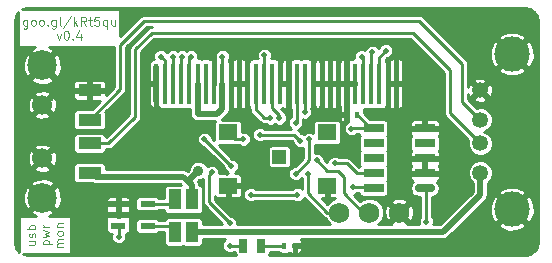
<source format=gtl>
G04 (created by PCBNEW (2013-07-07 BZR 4022)-stable) date 6/25/2014 3:03:03 PM*
%MOIN*%
G04 Gerber Fmt 3.4, Leading zero omitted, Abs format*
%FSLAX34Y34*%
G01*
G70*
G90*
G04 APERTURE LIST*
%ADD10C,0.00590551*%
%ADD11C,0.00472441*%
%ADD12R,0.025X0.045*%
%ADD13R,0.0629921X0.0551181*%
%ADD14C,0.0688976*%
%ADD15O,0.0177165X0.137795*%
%ADD16R,0.0177165X0.137795*%
%ADD17R,0.0433071X0.0688976*%
%ADD18O,0.0688976X0.0299213*%
%ADD19R,0.0688976X0.0299213*%
%ADD20R,0.0157X0.0236*%
%ADD21C,0.0531496*%
%ADD22C,0.11811*%
%ADD23C,0.0669291*%
%ADD24C,0.0984252*%
%ADD25R,0.0767717X0.0401575*%
%ADD26R,0.0511811X0.0216535*%
%ADD27R,0.0472441X0.0472441*%
%ADD28C,0.02*%
%ADD29C,0.035*%
%ADD30C,0.01*%
%ADD31C,0.019685*%
G04 APERTURE END LIST*
G54D10*
G54D11*
X70472Y-62439D02*
X70669Y-62439D01*
X70472Y-62566D02*
X70627Y-62566D01*
X70655Y-62552D01*
X70669Y-62524D01*
X70669Y-62482D01*
X70655Y-62453D01*
X70641Y-62439D01*
X70655Y-62313D02*
X70669Y-62285D01*
X70669Y-62228D01*
X70655Y-62200D01*
X70627Y-62186D01*
X70613Y-62186D01*
X70585Y-62200D01*
X70571Y-62228D01*
X70571Y-62271D01*
X70557Y-62299D01*
X70528Y-62313D01*
X70514Y-62313D01*
X70486Y-62299D01*
X70472Y-62271D01*
X70472Y-62228D01*
X70486Y-62200D01*
X70669Y-62060D02*
X70374Y-62060D01*
X70486Y-62060D02*
X70472Y-62032D01*
X70472Y-61975D01*
X70486Y-61947D01*
X70500Y-61933D01*
X70528Y-61919D01*
X70613Y-61919D01*
X70641Y-61933D01*
X70655Y-61947D01*
X70669Y-61975D01*
X70669Y-62032D01*
X70655Y-62060D01*
X70933Y-62559D02*
X71228Y-62559D01*
X70947Y-62559D02*
X70933Y-62531D01*
X70933Y-62474D01*
X70947Y-62446D01*
X70961Y-62432D01*
X70989Y-62418D01*
X71073Y-62418D01*
X71102Y-62432D01*
X71116Y-62446D01*
X71130Y-62474D01*
X71130Y-62531D01*
X71116Y-62559D01*
X70933Y-62320D02*
X71130Y-62264D01*
X70989Y-62207D01*
X71130Y-62151D01*
X70933Y-62095D01*
X71130Y-61982D02*
X70933Y-61982D01*
X70989Y-61982D02*
X70961Y-61968D01*
X70947Y-61954D01*
X70933Y-61926D01*
X70933Y-61898D01*
X71590Y-62643D02*
X71393Y-62643D01*
X71422Y-62643D02*
X71407Y-62629D01*
X71393Y-62601D01*
X71393Y-62559D01*
X71407Y-62531D01*
X71436Y-62517D01*
X71590Y-62517D01*
X71436Y-62517D02*
X71407Y-62503D01*
X71393Y-62474D01*
X71393Y-62432D01*
X71407Y-62404D01*
X71436Y-62390D01*
X71590Y-62390D01*
X71590Y-62207D02*
X71576Y-62235D01*
X71562Y-62250D01*
X71534Y-62264D01*
X71450Y-62264D01*
X71422Y-62250D01*
X71407Y-62235D01*
X71393Y-62207D01*
X71393Y-62165D01*
X71407Y-62137D01*
X71422Y-62123D01*
X71450Y-62109D01*
X71534Y-62109D01*
X71562Y-62123D01*
X71576Y-62137D01*
X71590Y-62165D01*
X71590Y-62207D01*
X71393Y-61982D02*
X71590Y-61982D01*
X71422Y-61982D02*
X71407Y-61968D01*
X71393Y-61940D01*
X71393Y-61898D01*
X71407Y-61870D01*
X71436Y-61856D01*
X71590Y-61856D01*
X70400Y-55072D02*
X70400Y-55311D01*
X70386Y-55339D01*
X70372Y-55353D01*
X70344Y-55367D01*
X70302Y-55367D01*
X70274Y-55353D01*
X70400Y-55255D02*
X70372Y-55269D01*
X70316Y-55269D01*
X70288Y-55255D01*
X70274Y-55241D01*
X70260Y-55213D01*
X70260Y-55128D01*
X70274Y-55100D01*
X70288Y-55086D01*
X70316Y-55072D01*
X70372Y-55072D01*
X70400Y-55086D01*
X70583Y-55269D02*
X70555Y-55255D01*
X70541Y-55241D01*
X70527Y-55213D01*
X70527Y-55128D01*
X70541Y-55100D01*
X70555Y-55086D01*
X70583Y-55072D01*
X70625Y-55072D01*
X70654Y-55086D01*
X70668Y-55100D01*
X70682Y-55128D01*
X70682Y-55213D01*
X70668Y-55241D01*
X70654Y-55255D01*
X70625Y-55269D01*
X70583Y-55269D01*
X70850Y-55269D02*
X70822Y-55255D01*
X70808Y-55241D01*
X70794Y-55213D01*
X70794Y-55128D01*
X70808Y-55100D01*
X70822Y-55086D01*
X70850Y-55072D01*
X70893Y-55072D01*
X70921Y-55086D01*
X70935Y-55100D01*
X70949Y-55128D01*
X70949Y-55213D01*
X70935Y-55241D01*
X70921Y-55255D01*
X70893Y-55269D01*
X70850Y-55269D01*
X71075Y-55241D02*
X71089Y-55255D01*
X71075Y-55269D01*
X71061Y-55255D01*
X71075Y-55241D01*
X71075Y-55269D01*
X71343Y-55072D02*
X71343Y-55311D01*
X71328Y-55339D01*
X71314Y-55353D01*
X71286Y-55367D01*
X71244Y-55367D01*
X71216Y-55353D01*
X71343Y-55255D02*
X71314Y-55269D01*
X71258Y-55269D01*
X71230Y-55255D01*
X71216Y-55241D01*
X71202Y-55213D01*
X71202Y-55128D01*
X71216Y-55100D01*
X71230Y-55086D01*
X71258Y-55072D01*
X71314Y-55072D01*
X71343Y-55086D01*
X71525Y-55269D02*
X71497Y-55255D01*
X71483Y-55227D01*
X71483Y-54974D01*
X71849Y-54960D02*
X71596Y-55339D01*
X71947Y-55269D02*
X71947Y-54974D01*
X71975Y-55157D02*
X72060Y-55269D01*
X72060Y-55072D02*
X71947Y-55185D01*
X72355Y-55269D02*
X72256Y-55128D01*
X72186Y-55269D02*
X72186Y-54974D01*
X72299Y-54974D01*
X72327Y-54988D01*
X72341Y-55002D01*
X72355Y-55030D01*
X72355Y-55072D01*
X72341Y-55100D01*
X72327Y-55114D01*
X72299Y-55128D01*
X72186Y-55128D01*
X72439Y-55072D02*
X72552Y-55072D01*
X72481Y-54974D02*
X72481Y-55227D01*
X72496Y-55255D01*
X72524Y-55269D01*
X72552Y-55269D01*
X72791Y-54974D02*
X72650Y-54974D01*
X72636Y-55114D01*
X72650Y-55100D01*
X72678Y-55086D01*
X72749Y-55086D01*
X72777Y-55100D01*
X72791Y-55114D01*
X72805Y-55142D01*
X72805Y-55213D01*
X72791Y-55241D01*
X72777Y-55255D01*
X72749Y-55269D01*
X72678Y-55269D01*
X72650Y-55255D01*
X72636Y-55241D01*
X73058Y-55072D02*
X73058Y-55367D01*
X73058Y-55255D02*
X73030Y-55269D01*
X72974Y-55269D01*
X72945Y-55255D01*
X72931Y-55241D01*
X72917Y-55213D01*
X72917Y-55128D01*
X72931Y-55100D01*
X72945Y-55086D01*
X72974Y-55072D01*
X73030Y-55072D01*
X73058Y-55086D01*
X73325Y-55072D02*
X73325Y-55269D01*
X73199Y-55072D02*
X73199Y-55227D01*
X73213Y-55255D01*
X73241Y-55269D01*
X73283Y-55269D01*
X73311Y-55255D01*
X73325Y-55241D01*
X71378Y-55533D02*
X71448Y-55730D01*
X71518Y-55533D01*
X71687Y-55434D02*
X71715Y-55434D01*
X71743Y-55448D01*
X71757Y-55462D01*
X71771Y-55491D01*
X71785Y-55547D01*
X71785Y-55617D01*
X71771Y-55673D01*
X71757Y-55702D01*
X71743Y-55716D01*
X71715Y-55730D01*
X71687Y-55730D01*
X71659Y-55716D01*
X71645Y-55702D01*
X71631Y-55673D01*
X71617Y-55617D01*
X71617Y-55547D01*
X71631Y-55491D01*
X71645Y-55462D01*
X71659Y-55448D01*
X71687Y-55434D01*
X71912Y-55702D02*
X71926Y-55716D01*
X71912Y-55730D01*
X71898Y-55716D01*
X71912Y-55702D01*
X71912Y-55730D01*
X72179Y-55533D02*
X72179Y-55730D01*
X72109Y-55420D02*
X72039Y-55631D01*
X72221Y-55631D01*
G54D12*
X77600Y-62600D03*
X78200Y-62600D03*
G54D13*
X80400Y-60600D03*
X80400Y-58828D03*
X77092Y-60600D03*
X77092Y-58828D03*
G54D14*
X81800Y-61500D03*
X80800Y-61500D03*
X82800Y-61500D03*
G54D15*
X74700Y-57200D03*
G54D16*
X74975Y-57200D03*
X75251Y-57200D03*
X75526Y-57200D03*
X75802Y-57200D03*
X76077Y-57200D03*
X76353Y-57200D03*
X76629Y-57200D03*
X76904Y-57200D03*
X77180Y-57200D03*
X77455Y-57200D03*
X77731Y-57200D03*
X78007Y-57200D03*
X78282Y-57200D03*
X78558Y-57200D03*
X78833Y-57200D03*
X79109Y-57200D03*
X79385Y-57200D03*
X79660Y-57200D03*
X79936Y-57200D03*
X80211Y-57200D03*
X80487Y-57200D03*
X80762Y-57200D03*
X81038Y-57200D03*
X81314Y-57200D03*
X81589Y-57200D03*
X81865Y-57200D03*
X82140Y-57200D03*
X82416Y-57200D03*
X82692Y-57200D03*
G54D17*
X75875Y-61058D03*
X75324Y-61058D03*
X75875Y-62141D03*
X75324Y-62141D03*
G54D18*
X83656Y-60684D03*
G54D19*
X81943Y-60684D03*
X83656Y-60184D03*
X81943Y-60184D03*
X83656Y-59684D03*
X81943Y-59684D03*
X83656Y-59184D03*
X81943Y-59184D03*
X83656Y-58684D03*
X81943Y-58684D03*
G54D20*
X78973Y-62600D03*
X79327Y-62600D03*
X81397Y-58230D03*
X81043Y-58230D03*
G54D21*
X85500Y-59193D03*
X85500Y-58406D03*
X85500Y-60177D03*
X85500Y-57422D03*
G54D22*
X86566Y-61386D03*
X86566Y-56213D03*
G54D23*
X70900Y-57914D03*
X70900Y-59685D03*
G54D24*
X70900Y-56595D03*
X70900Y-61004D03*
G54D25*
X72474Y-60177D03*
X72474Y-57422D03*
X72474Y-59193D03*
X72474Y-58406D03*
G54D26*
X73425Y-61200D03*
X73425Y-61575D03*
X73425Y-61949D03*
X74409Y-61949D03*
X74409Y-61200D03*
G54D27*
X78801Y-59635D03*
G54D28*
X83700Y-61800D03*
X77200Y-59950D03*
X76300Y-59050D03*
X76080Y-58210D03*
X76900Y-56300D03*
X73450Y-62300D03*
X77850Y-60900D03*
X79400Y-60900D03*
X77400Y-59700D03*
X76550Y-60150D03*
X77150Y-61850D03*
X77150Y-62600D03*
X75850Y-56300D03*
X75250Y-56300D03*
X75550Y-56300D03*
X74850Y-56300D03*
X82350Y-56100D03*
X81900Y-56150D03*
X81550Y-56300D03*
X81200Y-58700D03*
X79350Y-58500D03*
X79650Y-58150D03*
X78800Y-58350D03*
X78500Y-58350D03*
X78300Y-56250D03*
X79800Y-59050D03*
X79350Y-60200D03*
X79750Y-60200D03*
X80050Y-59750D03*
X80650Y-59850D03*
X81250Y-60650D03*
X77600Y-59050D03*
G54D29*
X76100Y-60100D03*
G54D28*
X79500Y-59100D03*
X78150Y-58900D03*
G54D30*
X83700Y-60727D02*
X83700Y-61800D01*
X83656Y-60684D02*
X83700Y-60727D01*
X76750Y-59500D02*
X76300Y-59050D01*
X77200Y-59950D02*
X76750Y-59500D01*
G54D31*
X76080Y-58210D02*
X76730Y-58210D01*
X76730Y-58210D02*
X76904Y-58035D01*
X76904Y-58035D02*
X76904Y-57200D01*
X76077Y-57200D02*
X76080Y-57202D01*
X76080Y-57202D02*
X76080Y-58210D01*
G54D30*
X76900Y-56300D02*
X76904Y-56304D01*
X76904Y-56304D02*
X76904Y-57200D01*
X73450Y-61974D02*
X73425Y-61949D01*
X73450Y-62300D02*
X73450Y-61974D01*
X79400Y-60900D02*
X77850Y-60900D01*
X78200Y-62600D02*
X78973Y-62600D01*
X76550Y-60150D02*
X76450Y-60250D01*
X76450Y-60250D02*
X76450Y-60750D01*
X76450Y-61150D02*
X77150Y-61850D01*
X76450Y-60750D02*
X76450Y-61150D01*
X77600Y-62600D02*
X77150Y-62600D01*
X74409Y-61949D02*
X75132Y-61949D01*
X75132Y-61949D02*
X75324Y-62141D01*
G54D31*
X83469Y-62141D02*
X84258Y-62141D01*
X75875Y-62141D02*
X82269Y-62141D01*
X83469Y-62141D02*
X82269Y-62141D01*
X85500Y-60900D02*
X85500Y-60177D01*
X84258Y-62141D02*
X85500Y-60900D01*
G54D30*
X75802Y-56347D02*
X75802Y-57200D01*
X75850Y-56300D02*
X75802Y-56347D01*
X75251Y-56301D02*
X75251Y-57200D01*
X75250Y-56300D02*
X75251Y-56301D01*
X75526Y-57200D02*
X75526Y-56323D01*
X75526Y-56323D02*
X75550Y-56300D01*
X74975Y-57200D02*
X74975Y-56425D01*
X74975Y-56425D02*
X74850Y-56300D01*
X82140Y-56309D02*
X82140Y-57200D01*
X82350Y-56100D02*
X82140Y-56309D01*
X81865Y-57200D02*
X81865Y-56184D01*
X81865Y-56184D02*
X81900Y-56150D01*
X81589Y-56339D02*
X81589Y-57200D01*
X81550Y-56300D02*
X81589Y-56339D01*
X81215Y-58684D02*
X81943Y-58684D01*
X81200Y-58700D02*
X81215Y-58684D01*
X81943Y-58684D02*
X81851Y-58684D01*
X81851Y-58684D02*
X81397Y-58230D01*
X79385Y-57200D02*
X79385Y-58464D01*
X79385Y-58464D02*
X79350Y-58500D01*
X79660Y-58139D02*
X79660Y-57200D01*
X79650Y-58150D02*
X79660Y-58139D01*
X78558Y-58008D02*
X78558Y-57200D01*
X78800Y-58250D02*
X78558Y-58008D01*
X78800Y-58350D02*
X78800Y-58250D01*
X78500Y-58350D02*
X78300Y-58350D01*
X78300Y-58350D02*
X78007Y-58057D01*
X78007Y-58057D02*
X78007Y-57200D01*
X78300Y-56250D02*
X78282Y-56267D01*
X78282Y-56267D02*
X78282Y-57200D01*
X79800Y-59750D02*
X79800Y-59050D01*
X79350Y-60200D02*
X79800Y-59750D01*
X79750Y-60200D02*
X79750Y-60850D01*
X80400Y-61500D02*
X80800Y-61500D01*
X79750Y-60850D02*
X80400Y-61500D01*
X81600Y-61500D02*
X81800Y-61500D01*
X80950Y-60850D02*
X81600Y-61500D01*
X80950Y-60300D02*
X80950Y-60850D01*
X80750Y-60100D02*
X80950Y-60300D01*
X80400Y-60100D02*
X80750Y-60100D01*
X80050Y-59750D02*
X80400Y-60100D01*
X81384Y-60184D02*
X81943Y-60184D01*
X81050Y-59850D02*
X81384Y-60184D01*
X80650Y-59850D02*
X81050Y-59850D01*
X81909Y-60650D02*
X81943Y-60684D01*
X81250Y-60650D02*
X81909Y-60650D01*
X77314Y-59050D02*
X77092Y-58828D01*
X77600Y-59050D02*
X77314Y-59050D01*
X77092Y-58757D02*
X77092Y-58828D01*
X72474Y-58406D02*
X73500Y-57381D01*
X84900Y-57806D02*
X85500Y-58406D01*
X84900Y-56550D02*
X84900Y-57806D01*
X83450Y-55100D02*
X84900Y-56550D01*
X74300Y-55100D02*
X83450Y-55100D01*
X73500Y-55900D02*
X74300Y-55100D01*
X73500Y-57381D02*
X73500Y-55900D01*
X72474Y-59193D02*
X73106Y-59193D01*
X84500Y-58193D02*
X85500Y-59193D01*
X84500Y-56750D02*
X84500Y-58193D01*
X83250Y-55500D02*
X84500Y-56750D01*
X74550Y-55500D02*
X83250Y-55500D01*
X74000Y-56050D02*
X74550Y-55500D01*
X74000Y-58300D02*
X74000Y-56050D01*
X73106Y-59193D02*
X74000Y-58300D01*
X74409Y-61200D02*
X75182Y-61200D01*
X75182Y-61200D02*
X75324Y-61058D01*
G54D31*
X76100Y-60100D02*
X75750Y-60450D01*
X75875Y-61058D02*
X75875Y-60575D01*
X75875Y-60575D02*
X75750Y-60450D01*
X75750Y-60450D02*
X75600Y-60300D01*
X73300Y-60300D02*
X75600Y-60300D01*
X72696Y-60300D02*
X73300Y-60300D01*
X72474Y-60177D02*
X72696Y-60300D01*
G54D30*
X79300Y-58900D02*
X79500Y-59100D01*
X78150Y-58900D02*
X79300Y-58900D01*
G54D10*
G36*
X80653Y-61025D02*
X80520Y-61080D01*
X80391Y-61208D01*
X80208Y-61025D01*
X80312Y-61025D01*
X80350Y-60988D01*
X80350Y-60650D01*
X80342Y-60650D01*
X80342Y-60550D01*
X80350Y-60550D01*
X80350Y-60542D01*
X80450Y-60542D01*
X80450Y-60550D01*
X80457Y-60550D01*
X80457Y-60650D01*
X80450Y-60650D01*
X80450Y-60988D01*
X80487Y-61025D01*
X80653Y-61025D01*
X80653Y-61025D01*
G37*
G54D30*
X80653Y-61025D02*
X80520Y-61080D01*
X80391Y-61208D01*
X80208Y-61025D01*
X80312Y-61025D01*
X80350Y-60988D01*
X80350Y-60650D01*
X80342Y-60650D01*
X80342Y-60550D01*
X80350Y-60550D01*
X80350Y-60542D01*
X80450Y-60542D01*
X80450Y-60550D01*
X80457Y-60550D01*
X80457Y-60650D01*
X80450Y-60650D01*
X80450Y-60988D01*
X80487Y-61025D01*
X80653Y-61025D01*
G54D10*
G36*
X87420Y-62483D02*
X87385Y-62659D01*
X87311Y-62770D01*
X87311Y-61513D01*
X87311Y-56340D01*
X87303Y-56046D01*
X87205Y-55810D01*
X87108Y-55742D01*
X87037Y-55813D01*
X87037Y-55671D01*
X86969Y-55574D01*
X86694Y-55469D01*
X86399Y-55477D01*
X86164Y-55574D01*
X86096Y-55671D01*
X86566Y-56142D01*
X87037Y-55671D01*
X87037Y-55813D01*
X86637Y-56213D01*
X87108Y-56684D01*
X87205Y-56615D01*
X87311Y-56340D01*
X87311Y-61513D01*
X87303Y-61219D01*
X87205Y-60984D01*
X87108Y-60915D01*
X87037Y-60986D01*
X87037Y-60845D01*
X87037Y-56754D01*
X86566Y-56284D01*
X86496Y-56354D01*
X86496Y-56213D01*
X86025Y-55742D01*
X85928Y-55810D01*
X85822Y-56086D01*
X85830Y-56380D01*
X85928Y-56615D01*
X86025Y-56684D01*
X86496Y-56213D01*
X86496Y-56354D01*
X86096Y-56754D01*
X86164Y-56852D01*
X86439Y-56957D01*
X86734Y-56949D01*
X86969Y-56852D01*
X87037Y-56754D01*
X87037Y-60845D01*
X86969Y-60747D01*
X86694Y-60642D01*
X86399Y-60650D01*
X86164Y-60747D01*
X86096Y-60845D01*
X86566Y-61315D01*
X87037Y-60845D01*
X87037Y-60986D01*
X86637Y-61386D01*
X87108Y-61857D01*
X87205Y-61789D01*
X87311Y-61513D01*
X87311Y-62770D01*
X87294Y-62795D01*
X87160Y-62884D01*
X87037Y-62909D01*
X87037Y-61928D01*
X86566Y-61457D01*
X86496Y-61528D01*
X86496Y-61386D01*
X86025Y-60915D01*
X85928Y-60984D01*
X85920Y-61002D01*
X85920Y-57471D01*
X85907Y-57306D01*
X85869Y-57215D01*
X85806Y-57186D01*
X85735Y-57257D01*
X85735Y-57115D01*
X85706Y-57052D01*
X85549Y-57001D01*
X85384Y-57014D01*
X85293Y-57052D01*
X85264Y-57115D01*
X85500Y-57351D01*
X85735Y-57115D01*
X85735Y-57257D01*
X85570Y-57422D01*
X85806Y-57657D01*
X85869Y-57629D01*
X85920Y-57471D01*
X85920Y-61002D01*
X85822Y-61259D01*
X85830Y-61553D01*
X85928Y-61789D01*
X86025Y-61857D01*
X86496Y-61386D01*
X86496Y-61528D01*
X86096Y-61928D01*
X86164Y-62025D01*
X86439Y-62130D01*
X86734Y-62122D01*
X86969Y-62025D01*
X87037Y-61928D01*
X87037Y-62909D01*
X86982Y-62920D01*
X79555Y-62920D01*
X79555Y-62688D01*
X79555Y-62687D01*
X79518Y-62650D01*
X79366Y-62650D01*
X79366Y-62830D01*
X79403Y-62868D01*
X79435Y-62868D01*
X79490Y-62845D01*
X79532Y-62803D01*
X79555Y-62747D01*
X79555Y-62688D01*
X79555Y-62920D01*
X78441Y-62920D01*
X78452Y-62910D01*
X78474Y-62854D01*
X78475Y-62800D01*
X78766Y-62800D01*
X78767Y-62802D01*
X78809Y-62845D01*
X78864Y-62867D01*
X78924Y-62868D01*
X79081Y-62868D01*
X79136Y-62845D01*
X79150Y-62831D01*
X79163Y-62845D01*
X79218Y-62868D01*
X79250Y-62868D01*
X79287Y-62830D01*
X79287Y-62650D01*
X79269Y-62650D01*
X79269Y-62550D01*
X79287Y-62550D01*
X79287Y-62542D01*
X79366Y-62542D01*
X79366Y-62550D01*
X79518Y-62550D01*
X79555Y-62512D01*
X79555Y-62511D01*
X79555Y-62452D01*
X79532Y-62396D01*
X79525Y-62389D01*
X82269Y-62389D01*
X83469Y-62389D01*
X84258Y-62389D01*
X84258Y-62389D01*
X84353Y-62370D01*
X84434Y-62317D01*
X85675Y-61075D01*
X85675Y-61075D01*
X85729Y-60995D01*
X85729Y-60995D01*
X85732Y-60979D01*
X85748Y-60900D01*
X85748Y-60900D01*
X85748Y-60517D01*
X85852Y-60413D01*
X85915Y-60261D01*
X85915Y-60095D01*
X85852Y-59942D01*
X85735Y-59825D01*
X85583Y-59762D01*
X85417Y-59762D01*
X85264Y-59825D01*
X85147Y-59942D01*
X85084Y-60094D01*
X85084Y-60260D01*
X85147Y-60413D01*
X85251Y-60517D01*
X85251Y-60797D01*
X84155Y-61892D01*
X83932Y-61892D01*
X83949Y-61849D01*
X83950Y-61750D01*
X83912Y-61658D01*
X83900Y-61646D01*
X83900Y-60976D01*
X83975Y-60961D01*
X84072Y-60896D01*
X84137Y-60798D01*
X84160Y-60684D01*
X84137Y-60569D01*
X84072Y-60472D01*
X84067Y-60468D01*
X84085Y-60460D01*
X84128Y-60418D01*
X84150Y-60363D01*
X84150Y-60004D01*
X84128Y-59949D01*
X84112Y-59934D01*
X84128Y-59918D01*
X84150Y-59863D01*
X84150Y-59504D01*
X84128Y-59449D01*
X84112Y-59434D01*
X84127Y-59418D01*
X84150Y-59363D01*
X84150Y-59304D01*
X84150Y-59004D01*
X84128Y-58949D01*
X84112Y-58934D01*
X84128Y-58918D01*
X84150Y-58863D01*
X84150Y-58504D01*
X84128Y-58449D01*
X84085Y-58407D01*
X84030Y-58384D01*
X83971Y-58384D01*
X83743Y-58384D01*
X83706Y-58422D01*
X83706Y-58634D01*
X84113Y-58634D01*
X84150Y-58596D01*
X84150Y-58504D01*
X84150Y-58863D01*
X84150Y-58771D01*
X84113Y-58734D01*
X83706Y-58734D01*
X83706Y-58742D01*
X83606Y-58742D01*
X83606Y-58734D01*
X83606Y-58634D01*
X83606Y-58422D01*
X83568Y-58384D01*
X83341Y-58384D01*
X83281Y-58384D01*
X83226Y-58407D01*
X83184Y-58449D01*
X83161Y-58504D01*
X83161Y-58596D01*
X83199Y-58634D01*
X83606Y-58634D01*
X83606Y-58734D01*
X83199Y-58734D01*
X83161Y-58771D01*
X83161Y-58863D01*
X83184Y-58918D01*
X83200Y-58934D01*
X83184Y-58949D01*
X83161Y-59004D01*
X83161Y-59064D01*
X83161Y-59363D01*
X83184Y-59418D01*
X83200Y-59434D01*
X83184Y-59449D01*
X83161Y-59504D01*
X83161Y-59596D01*
X83199Y-59634D01*
X83606Y-59634D01*
X83606Y-59626D01*
X83706Y-59626D01*
X83706Y-59634D01*
X84113Y-59634D01*
X84150Y-59596D01*
X84150Y-59504D01*
X84150Y-59863D01*
X84150Y-59771D01*
X84113Y-59734D01*
X83706Y-59734D01*
X83706Y-59922D01*
X83706Y-59946D01*
X83706Y-60134D01*
X84113Y-60134D01*
X84150Y-60096D01*
X84150Y-60004D01*
X84150Y-60363D01*
X84150Y-60271D01*
X84113Y-60234D01*
X83706Y-60234D01*
X83706Y-60242D01*
X83606Y-60242D01*
X83606Y-60234D01*
X83606Y-60134D01*
X83606Y-59946D01*
X83606Y-59922D01*
X83606Y-59734D01*
X83199Y-59734D01*
X83161Y-59771D01*
X83161Y-59863D01*
X83184Y-59918D01*
X83200Y-59934D01*
X83184Y-59949D01*
X83161Y-60004D01*
X83161Y-60096D01*
X83199Y-60134D01*
X83606Y-60134D01*
X83606Y-60234D01*
X83199Y-60234D01*
X83161Y-60271D01*
X83161Y-60363D01*
X83184Y-60418D01*
X83226Y-60460D01*
X83245Y-60468D01*
X83239Y-60472D01*
X83174Y-60569D01*
X83152Y-60684D01*
X83174Y-60798D01*
X83239Y-60896D01*
X83337Y-60961D01*
X83451Y-60983D01*
X83500Y-60983D01*
X83500Y-61646D01*
X83488Y-61658D01*
X83450Y-61750D01*
X83449Y-61849D01*
X83467Y-61892D01*
X83299Y-61892D01*
X83299Y-61568D01*
X83287Y-61372D01*
X83235Y-61245D01*
X83163Y-61207D01*
X83092Y-61277D01*
X83092Y-61136D01*
X83054Y-61064D01*
X82930Y-61022D01*
X82930Y-57859D01*
X82930Y-56540D01*
X82930Y-56481D01*
X82907Y-56425D01*
X82865Y-56383D01*
X82810Y-56360D01*
X82773Y-56361D01*
X82736Y-56398D01*
X82736Y-57150D01*
X82893Y-57150D01*
X82930Y-57112D01*
X82930Y-56540D01*
X82930Y-57859D01*
X82930Y-57287D01*
X82893Y-57250D01*
X82736Y-57250D01*
X82736Y-58001D01*
X82773Y-58038D01*
X82810Y-58039D01*
X82865Y-58016D01*
X82907Y-57974D01*
X82930Y-57918D01*
X82930Y-57859D01*
X82930Y-61022D01*
X82868Y-61000D01*
X82672Y-61012D01*
X82655Y-61019D01*
X82655Y-57859D01*
X82655Y-56540D01*
X82655Y-56481D01*
X82647Y-56463D01*
X82647Y-56398D01*
X82610Y-56361D01*
X82573Y-56360D01*
X82554Y-56369D01*
X82534Y-56360D01*
X82498Y-56361D01*
X82460Y-56398D01*
X82460Y-56463D01*
X82453Y-56481D01*
X82453Y-56540D01*
X82453Y-57112D01*
X82460Y-57119D01*
X82460Y-57150D01*
X82491Y-57150D01*
X82617Y-57150D01*
X82647Y-57150D01*
X82647Y-57119D01*
X82655Y-57112D01*
X82655Y-56540D01*
X82655Y-57859D01*
X82655Y-57287D01*
X82647Y-57280D01*
X82647Y-57250D01*
X82617Y-57250D01*
X82491Y-57250D01*
X82460Y-57250D01*
X82460Y-57280D01*
X82453Y-57287D01*
X82453Y-57859D01*
X82453Y-57918D01*
X82460Y-57936D01*
X82460Y-58001D01*
X82498Y-58038D01*
X82534Y-58039D01*
X82554Y-58030D01*
X82573Y-58039D01*
X82610Y-58038D01*
X82647Y-58001D01*
X82647Y-57936D01*
X82655Y-57918D01*
X82655Y-57859D01*
X82655Y-61019D01*
X82545Y-61064D01*
X82507Y-61136D01*
X82800Y-61429D01*
X83092Y-61136D01*
X83092Y-61277D01*
X82870Y-61500D01*
X83163Y-61792D01*
X83235Y-61754D01*
X83299Y-61568D01*
X83299Y-61892D01*
X83077Y-61892D01*
X83092Y-61863D01*
X82800Y-61570D01*
X82729Y-61641D01*
X82729Y-61500D01*
X82436Y-61207D01*
X82364Y-61245D01*
X82300Y-61431D01*
X82312Y-61627D01*
X82364Y-61754D01*
X82436Y-61792D01*
X82729Y-61500D01*
X82729Y-61641D01*
X82507Y-61863D01*
X82522Y-61892D01*
X82269Y-61892D01*
X82106Y-61892D01*
X82218Y-61780D01*
X82294Y-61598D01*
X82294Y-61402D01*
X82219Y-61220D01*
X82080Y-61081D01*
X81898Y-61005D01*
X81702Y-61005D01*
X81520Y-61080D01*
X81491Y-61108D01*
X81282Y-60900D01*
X81299Y-60900D01*
X81391Y-60862D01*
X81403Y-60850D01*
X81449Y-60850D01*
X81449Y-60863D01*
X81471Y-60918D01*
X81514Y-60960D01*
X81569Y-60983D01*
X81628Y-60983D01*
X82317Y-60983D01*
X82373Y-60961D01*
X82415Y-60918D01*
X82438Y-60863D01*
X82438Y-60804D01*
X82438Y-60504D01*
X82415Y-60449D01*
X82399Y-60434D01*
X82415Y-60418D01*
X82438Y-60363D01*
X82438Y-60304D01*
X82438Y-60004D01*
X82415Y-59949D01*
X82399Y-59934D01*
X82415Y-59918D01*
X82438Y-59863D01*
X82438Y-59804D01*
X82438Y-59504D01*
X82415Y-59449D01*
X82399Y-59434D01*
X82415Y-59418D01*
X82438Y-59363D01*
X82438Y-59304D01*
X82438Y-59004D01*
X82415Y-58949D01*
X82399Y-58934D01*
X82415Y-58918D01*
X82438Y-58863D01*
X82438Y-58804D01*
X82438Y-58504D01*
X82415Y-58449D01*
X82373Y-58407D01*
X82318Y-58384D01*
X82258Y-58384D01*
X81834Y-58384D01*
X81625Y-58175D01*
X81625Y-58082D01*
X81607Y-58039D01*
X81708Y-58039D01*
X81727Y-58030D01*
X81746Y-58038D01*
X81806Y-58039D01*
X81983Y-58039D01*
X82003Y-58030D01*
X82022Y-58038D01*
X82082Y-58039D01*
X82259Y-58039D01*
X82278Y-58030D01*
X82298Y-58039D01*
X82334Y-58038D01*
X82372Y-58001D01*
X82372Y-57936D01*
X82379Y-57918D01*
X82379Y-57859D01*
X82379Y-56481D01*
X82372Y-56463D01*
X82372Y-56398D01*
X82353Y-56379D01*
X82382Y-56350D01*
X82399Y-56350D01*
X82491Y-56312D01*
X82561Y-56241D01*
X82599Y-56149D01*
X82600Y-56050D01*
X82562Y-55958D01*
X82491Y-55888D01*
X82399Y-55850D01*
X82300Y-55849D01*
X82208Y-55887D01*
X82138Y-55958D01*
X82114Y-56014D01*
X82112Y-56008D01*
X82041Y-55938D01*
X81949Y-55900D01*
X81850Y-55899D01*
X81758Y-55937D01*
X81688Y-56008D01*
X81660Y-56075D01*
X81599Y-56050D01*
X81500Y-56049D01*
X81408Y-56087D01*
X81338Y-56158D01*
X81300Y-56250D01*
X81299Y-56349D01*
X81304Y-56361D01*
X81264Y-56361D01*
X81264Y-56392D01*
X81232Y-56361D01*
X81195Y-56360D01*
X81176Y-56369D01*
X81156Y-56360D01*
X81120Y-56361D01*
X81082Y-56398D01*
X81082Y-56463D01*
X81075Y-56481D01*
X81075Y-56540D01*
X81075Y-57112D01*
X81082Y-57119D01*
X81082Y-57150D01*
X81113Y-57150D01*
X81239Y-57150D01*
X81269Y-57150D01*
X81269Y-57142D01*
X81277Y-57142D01*
X81351Y-57142D01*
X81351Y-57257D01*
X81277Y-57257D01*
X81269Y-57257D01*
X81269Y-57250D01*
X81239Y-57250D01*
X81113Y-57250D01*
X81082Y-57250D01*
X81082Y-57280D01*
X81075Y-57287D01*
X81075Y-57859D01*
X81075Y-57918D01*
X81082Y-57936D01*
X81082Y-57998D01*
X81082Y-57999D01*
X81082Y-58180D01*
X81100Y-58180D01*
X81100Y-58280D01*
X81082Y-58280D01*
X81082Y-58460D01*
X81094Y-58472D01*
X81058Y-58487D01*
X81003Y-58542D01*
X81003Y-58460D01*
X81003Y-58280D01*
X81003Y-58180D01*
X81003Y-57999D01*
X80994Y-57990D01*
X80994Y-57936D01*
X81001Y-57918D01*
X81001Y-57859D01*
X81001Y-56540D01*
X81001Y-56481D01*
X80994Y-56463D01*
X80994Y-56398D01*
X80956Y-56361D01*
X80920Y-56360D01*
X80900Y-56369D01*
X80881Y-56360D01*
X80844Y-56361D01*
X80807Y-56398D01*
X80807Y-56463D01*
X80800Y-56481D01*
X80799Y-56540D01*
X80800Y-57112D01*
X80807Y-57119D01*
X80807Y-57150D01*
X80837Y-57150D01*
X80964Y-57150D01*
X80994Y-57150D01*
X80994Y-57119D01*
X81001Y-57112D01*
X81001Y-56540D01*
X81001Y-57859D01*
X81001Y-57287D01*
X80994Y-57280D01*
X80994Y-57250D01*
X80964Y-57250D01*
X80837Y-57250D01*
X80807Y-57250D01*
X80807Y-57280D01*
X80800Y-57287D01*
X80799Y-57859D01*
X80800Y-57918D01*
X80807Y-57936D01*
X80807Y-58001D01*
X80836Y-58030D01*
X80814Y-58082D01*
X80814Y-58141D01*
X80814Y-58142D01*
X80852Y-58180D01*
X81003Y-58180D01*
X81003Y-58280D01*
X80852Y-58280D01*
X80814Y-58317D01*
X80814Y-58318D01*
X80814Y-58377D01*
X80837Y-58433D01*
X80879Y-58475D01*
X80934Y-58498D01*
X80966Y-58498D01*
X81003Y-58460D01*
X81003Y-58542D01*
X80988Y-58558D01*
X80950Y-58650D01*
X80949Y-58749D01*
X80987Y-58841D01*
X81058Y-58911D01*
X81150Y-58949D01*
X81249Y-58950D01*
X81341Y-58912D01*
X81369Y-58884D01*
X81457Y-58884D01*
X81471Y-58918D01*
X81487Y-58934D01*
X81472Y-58949D01*
X81449Y-59004D01*
X81449Y-59064D01*
X81449Y-59363D01*
X81471Y-59418D01*
X81487Y-59434D01*
X81472Y-59449D01*
X81449Y-59504D01*
X81449Y-59564D01*
X81449Y-59863D01*
X81471Y-59918D01*
X81487Y-59934D01*
X81472Y-59949D01*
X81460Y-59977D01*
X81191Y-59708D01*
X81126Y-59665D01*
X81050Y-59650D01*
X80803Y-59650D01*
X80791Y-59638D01*
X80699Y-59600D01*
X80600Y-59599D01*
X80508Y-59637D01*
X80438Y-59708D01*
X80400Y-59800D01*
X80400Y-59817D01*
X80300Y-59717D01*
X80300Y-59700D01*
X80262Y-59608D01*
X80191Y-59538D01*
X80099Y-59500D01*
X80000Y-59499D01*
X80000Y-59500D01*
X80000Y-59231D01*
X80055Y-59253D01*
X80114Y-59253D01*
X80744Y-59253D01*
X80799Y-59231D01*
X80842Y-59189D01*
X80864Y-59133D01*
X80864Y-59074D01*
X80864Y-58523D01*
X80842Y-58467D01*
X80800Y-58425D01*
X80744Y-58402D01*
X80726Y-58402D01*
X80726Y-57859D01*
X80726Y-56540D01*
X80725Y-56481D01*
X80718Y-56463D01*
X80718Y-56398D01*
X80681Y-56361D01*
X80644Y-56360D01*
X80625Y-56369D01*
X80605Y-56360D01*
X80569Y-56361D01*
X80531Y-56398D01*
X80531Y-56463D01*
X80524Y-56481D01*
X80524Y-56540D01*
X80524Y-57112D01*
X80531Y-57119D01*
X80531Y-57150D01*
X80561Y-57150D01*
X80688Y-57150D01*
X80718Y-57150D01*
X80718Y-57119D01*
X80725Y-57112D01*
X80726Y-56540D01*
X80726Y-57859D01*
X80725Y-57287D01*
X80718Y-57280D01*
X80718Y-57250D01*
X80688Y-57250D01*
X80561Y-57250D01*
X80531Y-57250D01*
X80531Y-57280D01*
X80524Y-57287D01*
X80524Y-57859D01*
X80524Y-57918D01*
X80531Y-57936D01*
X80531Y-58001D01*
X80569Y-58038D01*
X80605Y-58039D01*
X80625Y-58030D01*
X80644Y-58039D01*
X80681Y-58038D01*
X80718Y-58001D01*
X80718Y-57936D01*
X80725Y-57918D01*
X80726Y-57859D01*
X80726Y-58402D01*
X80685Y-58402D01*
X80450Y-58402D01*
X80450Y-57859D01*
X80450Y-56540D01*
X80450Y-56481D01*
X80443Y-56463D01*
X80443Y-56398D01*
X80405Y-56361D01*
X80369Y-56360D01*
X80349Y-56369D01*
X80330Y-56360D01*
X80293Y-56361D01*
X80256Y-56398D01*
X80256Y-56463D01*
X80248Y-56481D01*
X80248Y-56540D01*
X80248Y-57112D01*
X80256Y-57119D01*
X80256Y-57150D01*
X80286Y-57150D01*
X80412Y-57150D01*
X80443Y-57150D01*
X80443Y-57119D01*
X80450Y-57112D01*
X80450Y-56540D01*
X80450Y-57859D01*
X80450Y-57287D01*
X80443Y-57280D01*
X80443Y-57250D01*
X80412Y-57250D01*
X80286Y-57250D01*
X80256Y-57250D01*
X80256Y-57280D01*
X80248Y-57287D01*
X80248Y-57859D01*
X80248Y-57918D01*
X80256Y-57936D01*
X80256Y-58001D01*
X80293Y-58038D01*
X80330Y-58039D01*
X80349Y-58030D01*
X80369Y-58039D01*
X80405Y-58038D01*
X80443Y-58001D01*
X80443Y-57936D01*
X80450Y-57918D01*
X80450Y-57859D01*
X80450Y-58402D01*
X80174Y-58402D01*
X80174Y-57859D01*
X80174Y-56540D01*
X80174Y-56481D01*
X80167Y-56463D01*
X80167Y-56398D01*
X80130Y-56361D01*
X80093Y-56360D01*
X80074Y-56369D01*
X80054Y-56360D01*
X80018Y-56361D01*
X79980Y-56398D01*
X79980Y-56463D01*
X79973Y-56481D01*
X79973Y-56540D01*
X79973Y-57112D01*
X79980Y-57119D01*
X79980Y-57150D01*
X80010Y-57150D01*
X80137Y-57150D01*
X80167Y-57150D01*
X80167Y-57119D01*
X80174Y-57112D01*
X80174Y-56540D01*
X80174Y-57859D01*
X80174Y-57287D01*
X80167Y-57280D01*
X80167Y-57250D01*
X80137Y-57250D01*
X80010Y-57250D01*
X79980Y-57250D01*
X79980Y-57280D01*
X79973Y-57287D01*
X79973Y-57859D01*
X79973Y-57918D01*
X79980Y-57936D01*
X79980Y-58001D01*
X80018Y-58038D01*
X80054Y-58039D01*
X80074Y-58030D01*
X80093Y-58039D01*
X80130Y-58038D01*
X80167Y-58001D01*
X80167Y-57936D01*
X80174Y-57918D01*
X80174Y-57859D01*
X80174Y-58402D01*
X80055Y-58402D01*
X80000Y-58425D01*
X79957Y-58467D01*
X79935Y-58522D01*
X79935Y-58582D01*
X79935Y-58835D01*
X79849Y-58800D01*
X79750Y-58799D01*
X79658Y-58837D01*
X79618Y-58878D01*
X79549Y-58850D01*
X79532Y-58850D01*
X79441Y-58758D01*
X79417Y-58742D01*
X79491Y-58712D01*
X79561Y-58641D01*
X79599Y-58549D01*
X79600Y-58450D01*
X79585Y-58414D01*
X79585Y-58393D01*
X79600Y-58399D01*
X79699Y-58400D01*
X79791Y-58362D01*
X79861Y-58291D01*
X79899Y-58199D01*
X79900Y-58100D01*
X79868Y-58024D01*
X79891Y-58001D01*
X79891Y-57936D01*
X79899Y-57918D01*
X79899Y-57859D01*
X79899Y-56481D01*
X79891Y-56463D01*
X79891Y-56398D01*
X79854Y-56361D01*
X79817Y-56360D01*
X79798Y-56369D01*
X79779Y-56361D01*
X79719Y-56360D01*
X79542Y-56360D01*
X79522Y-56369D01*
X79503Y-56361D01*
X79443Y-56360D01*
X79266Y-56360D01*
X79247Y-56369D01*
X79227Y-56360D01*
X79191Y-56361D01*
X79153Y-56398D01*
X79153Y-56463D01*
X79146Y-56481D01*
X79146Y-56540D01*
X79146Y-57918D01*
X79153Y-57936D01*
X79153Y-58001D01*
X79185Y-58032D01*
X79185Y-58311D01*
X79138Y-58358D01*
X79100Y-58450D01*
X79099Y-58549D01*
X79137Y-58641D01*
X79196Y-58700D01*
X79072Y-58700D01*
X79072Y-57859D01*
X79072Y-56540D01*
X79072Y-56481D01*
X79065Y-56463D01*
X79065Y-56398D01*
X79027Y-56361D01*
X78991Y-56360D01*
X78971Y-56369D01*
X78952Y-56360D01*
X78915Y-56361D01*
X78878Y-56398D01*
X78878Y-56463D01*
X78870Y-56481D01*
X78870Y-56540D01*
X78870Y-57112D01*
X78878Y-57119D01*
X78878Y-57150D01*
X78908Y-57150D01*
X79034Y-57150D01*
X79065Y-57150D01*
X79065Y-57119D01*
X79072Y-57112D01*
X79072Y-56540D01*
X79072Y-57859D01*
X79072Y-57287D01*
X79065Y-57280D01*
X79065Y-57250D01*
X79034Y-57250D01*
X78908Y-57250D01*
X78878Y-57250D01*
X78878Y-57257D01*
X78796Y-57257D01*
X78796Y-56481D01*
X78789Y-56463D01*
X78789Y-56398D01*
X78752Y-56361D01*
X78715Y-56360D01*
X78696Y-56369D01*
X78676Y-56361D01*
X78617Y-56360D01*
X78524Y-56360D01*
X78549Y-56299D01*
X78550Y-56200D01*
X78512Y-56108D01*
X78441Y-56038D01*
X78349Y-56000D01*
X78250Y-55999D01*
X78158Y-56037D01*
X78088Y-56108D01*
X78050Y-56200D01*
X78049Y-56299D01*
X78075Y-56361D01*
X78065Y-56360D01*
X77888Y-56360D01*
X77869Y-56369D01*
X77849Y-56360D01*
X77813Y-56361D01*
X77775Y-56398D01*
X77775Y-56463D01*
X77768Y-56481D01*
X77768Y-56540D01*
X77768Y-57918D01*
X77775Y-57936D01*
X77775Y-58001D01*
X77807Y-58032D01*
X77807Y-58057D01*
X77822Y-58133D01*
X77865Y-58198D01*
X78158Y-58491D01*
X78158Y-58491D01*
X78201Y-58520D01*
X78223Y-58534D01*
X78223Y-58534D01*
X78299Y-58549D01*
X78300Y-58550D01*
X78346Y-58550D01*
X78358Y-58561D01*
X78450Y-58599D01*
X78549Y-58600D01*
X78641Y-58562D01*
X78649Y-58553D01*
X78658Y-58561D01*
X78750Y-58599D01*
X78849Y-58600D01*
X78941Y-58562D01*
X79011Y-58491D01*
X79049Y-58399D01*
X79050Y-58300D01*
X79012Y-58208D01*
X78986Y-58183D01*
X78984Y-58173D01*
X78984Y-58173D01*
X78941Y-58108D01*
X78871Y-58038D01*
X78883Y-58038D01*
X78883Y-58007D01*
X78915Y-58038D01*
X78952Y-58039D01*
X78971Y-58030D01*
X78991Y-58039D01*
X79027Y-58038D01*
X79065Y-58001D01*
X79065Y-57936D01*
X79072Y-57918D01*
X79072Y-57859D01*
X79072Y-58700D01*
X79050Y-58700D01*
X78303Y-58700D01*
X78291Y-58688D01*
X78199Y-58650D01*
X78100Y-58649D01*
X78008Y-58687D01*
X77938Y-58758D01*
X77900Y-58850D01*
X77899Y-58949D01*
X77937Y-59041D01*
X78008Y-59111D01*
X78100Y-59149D01*
X78199Y-59150D01*
X78291Y-59112D01*
X78303Y-59100D01*
X79217Y-59100D01*
X79249Y-59132D01*
X79249Y-59149D01*
X79287Y-59241D01*
X79358Y-59311D01*
X79450Y-59349D01*
X79549Y-59350D01*
X79600Y-59329D01*
X79600Y-59667D01*
X79317Y-59949D01*
X79300Y-59949D01*
X79208Y-59987D01*
X79187Y-60008D01*
X79187Y-59841D01*
X79187Y-59369D01*
X79164Y-59314D01*
X79122Y-59271D01*
X79067Y-59249D01*
X79008Y-59249D01*
X78535Y-59249D01*
X78480Y-59271D01*
X78438Y-59313D01*
X78415Y-59369D01*
X78415Y-59428D01*
X78415Y-59901D01*
X78438Y-59956D01*
X78480Y-59998D01*
X78535Y-60021D01*
X78594Y-60021D01*
X79067Y-60021D01*
X79122Y-59998D01*
X79164Y-59956D01*
X79187Y-59901D01*
X79187Y-59841D01*
X79187Y-60008D01*
X79138Y-60058D01*
X79100Y-60150D01*
X79099Y-60249D01*
X79137Y-60341D01*
X79208Y-60411D01*
X79300Y-60449D01*
X79399Y-60450D01*
X79491Y-60412D01*
X79550Y-60353D01*
X79550Y-60696D01*
X79541Y-60688D01*
X79449Y-60650D01*
X79350Y-60649D01*
X79258Y-60687D01*
X79246Y-60700D01*
X78003Y-60700D01*
X77991Y-60688D01*
X77899Y-60650D01*
X77850Y-60650D01*
X77800Y-60649D01*
X77708Y-60687D01*
X77638Y-60758D01*
X77600Y-60850D01*
X77599Y-60949D01*
X77637Y-61041D01*
X77708Y-61111D01*
X77800Y-61149D01*
X77899Y-61150D01*
X77991Y-61112D01*
X78003Y-61100D01*
X79246Y-61100D01*
X79258Y-61111D01*
X79350Y-61149D01*
X79449Y-61150D01*
X79541Y-61112D01*
X79611Y-61041D01*
X79625Y-61008D01*
X80258Y-61641D01*
X80258Y-61641D01*
X80301Y-61670D01*
X80323Y-61684D01*
X80323Y-61684D01*
X80342Y-61688D01*
X80380Y-61779D01*
X80493Y-61892D01*
X77557Y-61892D01*
X77557Y-60845D01*
X77557Y-60687D01*
X77520Y-60650D01*
X77142Y-60650D01*
X77142Y-60988D01*
X77180Y-61025D01*
X77437Y-61025D01*
X77492Y-61002D01*
X77534Y-60960D01*
X77557Y-60905D01*
X77557Y-60845D01*
X77557Y-61892D01*
X77399Y-61892D01*
X77400Y-61800D01*
X77362Y-61708D01*
X77291Y-61638D01*
X77199Y-61600D01*
X77182Y-61600D01*
X76650Y-61067D01*
X76650Y-60958D01*
X76650Y-60960D01*
X76693Y-61002D01*
X76748Y-61025D01*
X77005Y-61025D01*
X77042Y-60988D01*
X77042Y-60650D01*
X77035Y-60650D01*
X77035Y-60550D01*
X77042Y-60550D01*
X77042Y-60542D01*
X77142Y-60542D01*
X77142Y-60550D01*
X77520Y-60550D01*
X77557Y-60512D01*
X77557Y-60354D01*
X77557Y-60294D01*
X77534Y-60239D01*
X77492Y-60197D01*
X77437Y-60174D01*
X77311Y-60174D01*
X77341Y-60162D01*
X77411Y-60091D01*
X77449Y-59999D01*
X77450Y-59900D01*
X77412Y-59808D01*
X77341Y-59738D01*
X77249Y-59700D01*
X77232Y-59700D01*
X76891Y-59358D01*
X76786Y-59253D01*
X76807Y-59253D01*
X77437Y-59253D01*
X77446Y-59250D01*
X77458Y-59261D01*
X77550Y-59299D01*
X77649Y-59300D01*
X77741Y-59262D01*
X77811Y-59191D01*
X77849Y-59099D01*
X77850Y-59000D01*
X77812Y-58908D01*
X77741Y-58838D01*
X77694Y-58818D01*
X77694Y-57859D01*
X77694Y-56540D01*
X77694Y-56481D01*
X77687Y-56463D01*
X77687Y-56398D01*
X77649Y-56361D01*
X77613Y-56360D01*
X77593Y-56369D01*
X77574Y-56360D01*
X77537Y-56361D01*
X77500Y-56398D01*
X77500Y-56463D01*
X77492Y-56481D01*
X77492Y-56540D01*
X77492Y-57112D01*
X77500Y-57119D01*
X77500Y-57150D01*
X77530Y-57150D01*
X77656Y-57150D01*
X77687Y-57150D01*
X77687Y-57119D01*
X77694Y-57112D01*
X77694Y-56540D01*
X77694Y-57859D01*
X77694Y-57287D01*
X77687Y-57280D01*
X77687Y-57250D01*
X77656Y-57250D01*
X77530Y-57250D01*
X77500Y-57250D01*
X77500Y-57280D01*
X77492Y-57287D01*
X77492Y-57859D01*
X77492Y-57918D01*
X77500Y-57936D01*
X77500Y-58001D01*
X77537Y-58038D01*
X77574Y-58039D01*
X77593Y-58030D01*
X77613Y-58039D01*
X77649Y-58038D01*
X77687Y-58001D01*
X77687Y-57936D01*
X77694Y-57918D01*
X77694Y-57859D01*
X77694Y-58818D01*
X77649Y-58800D01*
X77557Y-58799D01*
X77557Y-58523D01*
X77535Y-58467D01*
X77492Y-58425D01*
X77437Y-58402D01*
X77418Y-58402D01*
X77418Y-57859D01*
X77418Y-56540D01*
X77418Y-56481D01*
X77411Y-56463D01*
X77411Y-56398D01*
X77374Y-56361D01*
X77337Y-56360D01*
X77318Y-56369D01*
X77298Y-56360D01*
X77262Y-56361D01*
X77224Y-56398D01*
X77224Y-56463D01*
X77217Y-56481D01*
X77217Y-56540D01*
X77217Y-57112D01*
X77224Y-57119D01*
X77224Y-57150D01*
X77254Y-57150D01*
X77381Y-57150D01*
X77411Y-57150D01*
X77411Y-57119D01*
X77418Y-57112D01*
X77418Y-56540D01*
X77418Y-57859D01*
X77418Y-57287D01*
X77411Y-57280D01*
X77411Y-57250D01*
X77381Y-57250D01*
X77254Y-57250D01*
X77224Y-57250D01*
X77224Y-57280D01*
X77217Y-57287D01*
X77217Y-57859D01*
X77217Y-57918D01*
X77224Y-57936D01*
X77224Y-58001D01*
X77262Y-58038D01*
X77298Y-58039D01*
X77318Y-58030D01*
X77337Y-58039D01*
X77374Y-58038D01*
X77411Y-58001D01*
X77411Y-57936D01*
X77418Y-57918D01*
X77418Y-57859D01*
X77418Y-58402D01*
X77378Y-58402D01*
X76880Y-58402D01*
X76905Y-58385D01*
X77080Y-58210D01*
X77080Y-58210D01*
X77116Y-58157D01*
X77134Y-58130D01*
X77134Y-58130D01*
X77153Y-58035D01*
X77153Y-58035D01*
X77153Y-57200D01*
X77143Y-57150D01*
X77143Y-56481D01*
X77136Y-56463D01*
X77136Y-56398D01*
X77131Y-56394D01*
X77149Y-56349D01*
X77150Y-56250D01*
X77112Y-56158D01*
X77041Y-56088D01*
X76949Y-56050D01*
X76850Y-56049D01*
X76758Y-56087D01*
X76688Y-56158D01*
X76650Y-56250D01*
X76649Y-56349D01*
X76673Y-56406D01*
X76673Y-56463D01*
X76666Y-56481D01*
X76666Y-56540D01*
X76666Y-57150D01*
X76656Y-57200D01*
X76656Y-57257D01*
X76592Y-57257D01*
X76592Y-56481D01*
X76584Y-56463D01*
X76584Y-56398D01*
X76547Y-56361D01*
X76510Y-56360D01*
X76491Y-56369D01*
X76472Y-56361D01*
X76412Y-56360D01*
X76235Y-56360D01*
X76215Y-56369D01*
X76196Y-56361D01*
X76136Y-56360D01*
X76095Y-56360D01*
X76099Y-56349D01*
X76100Y-56250D01*
X76062Y-56158D01*
X75991Y-56088D01*
X75899Y-56050D01*
X75800Y-56049D01*
X75708Y-56087D01*
X75700Y-56096D01*
X75691Y-56088D01*
X75599Y-56050D01*
X75500Y-56049D01*
X75408Y-56087D01*
X75400Y-56096D01*
X75391Y-56088D01*
X75299Y-56050D01*
X75200Y-56049D01*
X75108Y-56087D01*
X75049Y-56146D01*
X74991Y-56088D01*
X74899Y-56050D01*
X74800Y-56049D01*
X74708Y-56087D01*
X74638Y-56158D01*
X74600Y-56250D01*
X74599Y-56349D01*
X74611Y-56378D01*
X74566Y-56395D01*
X74498Y-56462D01*
X74461Y-56549D01*
X74461Y-57150D01*
X74655Y-57150D01*
X74655Y-57142D01*
X74736Y-57142D01*
X74736Y-57918D01*
X74744Y-57936D01*
X74744Y-57996D01*
X74780Y-58025D01*
X74802Y-58016D01*
X74857Y-58038D01*
X74916Y-58039D01*
X75093Y-58039D01*
X75113Y-58030D01*
X75132Y-58038D01*
X75192Y-58039D01*
X75369Y-58039D01*
X75388Y-58030D01*
X75408Y-58038D01*
X75467Y-58039D01*
X75645Y-58039D01*
X75664Y-58030D01*
X75683Y-58038D01*
X75743Y-58039D01*
X75831Y-58039D01*
X75831Y-58156D01*
X75830Y-58160D01*
X75829Y-58259D01*
X75867Y-58351D01*
X75938Y-58421D01*
X76030Y-58459D01*
X76129Y-58460D01*
X76133Y-58458D01*
X76660Y-58458D01*
X76650Y-58467D01*
X76627Y-58522D01*
X76627Y-58582D01*
X76627Y-59095D01*
X76550Y-59017D01*
X76550Y-59000D01*
X76512Y-58908D01*
X76441Y-58838D01*
X76349Y-58800D01*
X76250Y-58799D01*
X76158Y-58837D01*
X76088Y-58908D01*
X76050Y-59000D01*
X76049Y-59099D01*
X76087Y-59191D01*
X76158Y-59261D01*
X76250Y-59299D01*
X76267Y-59299D01*
X76608Y-59641D01*
X76949Y-59982D01*
X76949Y-59999D01*
X76987Y-60091D01*
X77058Y-60161D01*
X77088Y-60174D01*
X77042Y-60174D01*
X77042Y-60211D01*
X77005Y-60174D01*
X76799Y-60174D01*
X76800Y-60100D01*
X76762Y-60008D01*
X76691Y-59938D01*
X76599Y-59900D01*
X76500Y-59899D01*
X76408Y-59937D01*
X76391Y-59954D01*
X76375Y-59916D01*
X76284Y-59824D01*
X76164Y-59775D01*
X76035Y-59774D01*
X75916Y-59824D01*
X75824Y-59915D01*
X75775Y-60035D01*
X75775Y-60073D01*
X75744Y-60103D01*
X75695Y-60070D01*
X75600Y-60051D01*
X74655Y-60051D01*
X74655Y-57996D01*
X74655Y-57250D01*
X74461Y-57250D01*
X74461Y-57850D01*
X74498Y-57937D01*
X74566Y-58004D01*
X74619Y-58025D01*
X74655Y-57996D01*
X74655Y-60051D01*
X73300Y-60051D01*
X73008Y-60051D01*
X73008Y-59947D01*
X72985Y-59892D01*
X72943Y-59850D01*
X72888Y-59827D01*
X72828Y-59827D01*
X72061Y-59827D01*
X72006Y-59849D01*
X71963Y-59892D01*
X71940Y-59947D01*
X71940Y-60006D01*
X71940Y-60408D01*
X71963Y-60463D01*
X72005Y-60505D01*
X72060Y-60528D01*
X72120Y-60528D01*
X72600Y-60528D01*
X72601Y-60529D01*
X72635Y-60536D01*
X72669Y-60546D01*
X72683Y-60545D01*
X72696Y-60548D01*
X73300Y-60548D01*
X75497Y-60548D01*
X75512Y-60564D01*
X75511Y-60564D01*
X75078Y-60564D01*
X75023Y-60586D01*
X74980Y-60629D01*
X74957Y-60684D01*
X74957Y-60743D01*
X74957Y-61000D01*
X74785Y-61000D01*
X74750Y-60965D01*
X74695Y-60942D01*
X74635Y-60942D01*
X74123Y-60942D01*
X74068Y-60965D01*
X74026Y-61007D01*
X74003Y-61062D01*
X74003Y-61122D01*
X74003Y-61338D01*
X74026Y-61394D01*
X74068Y-61436D01*
X74123Y-61459D01*
X74183Y-61459D01*
X74694Y-61459D01*
X74750Y-61436D01*
X74785Y-61400D01*
X74957Y-61400D01*
X74957Y-61432D01*
X74980Y-61488D01*
X75022Y-61530D01*
X75077Y-61553D01*
X75137Y-61553D01*
X75570Y-61553D01*
X75600Y-61541D01*
X75629Y-61553D01*
X75688Y-61553D01*
X76121Y-61553D01*
X76176Y-61530D01*
X76219Y-61488D01*
X76242Y-61433D01*
X76242Y-61373D01*
X76242Y-60684D01*
X76219Y-60629D01*
X76177Y-60587D01*
X76122Y-60564D01*
X76121Y-60564D01*
X76108Y-60496D01*
X76105Y-60480D01*
X76105Y-60480D01*
X76091Y-60459D01*
X76126Y-60425D01*
X76164Y-60425D01*
X76250Y-60389D01*
X76250Y-60750D01*
X76250Y-61150D01*
X76265Y-61226D01*
X76308Y-61291D01*
X76899Y-61882D01*
X76899Y-61892D01*
X76242Y-61892D01*
X76242Y-61767D01*
X76219Y-61711D01*
X76177Y-61669D01*
X76122Y-61646D01*
X76062Y-61646D01*
X75629Y-61646D01*
X75599Y-61658D01*
X75570Y-61646D01*
X75511Y-61646D01*
X75078Y-61646D01*
X75023Y-61669D01*
X74980Y-61711D01*
X74965Y-61749D01*
X74785Y-61749D01*
X74750Y-61713D01*
X74695Y-61690D01*
X74635Y-61690D01*
X74123Y-61690D01*
X74068Y-61713D01*
X74026Y-61755D01*
X74003Y-61810D01*
X74003Y-61870D01*
X74003Y-62086D01*
X74026Y-62142D01*
X74068Y-62184D01*
X74123Y-62207D01*
X74183Y-62207D01*
X74694Y-62207D01*
X74750Y-62184D01*
X74785Y-62149D01*
X74957Y-62149D01*
X74957Y-62515D01*
X74980Y-62570D01*
X75022Y-62612D01*
X75077Y-62635D01*
X75137Y-62635D01*
X75570Y-62635D01*
X75600Y-62623D01*
X75629Y-62635D01*
X75688Y-62635D01*
X76121Y-62635D01*
X76176Y-62613D01*
X76219Y-62570D01*
X76242Y-62515D01*
X76242Y-62456D01*
X76242Y-62389D01*
X77006Y-62389D01*
X76938Y-62458D01*
X76900Y-62550D01*
X76899Y-62649D01*
X76937Y-62741D01*
X77008Y-62811D01*
X77100Y-62849D01*
X77199Y-62850D01*
X77291Y-62812D01*
X77303Y-62800D01*
X77324Y-62800D01*
X77324Y-62854D01*
X77347Y-62909D01*
X77358Y-62920D01*
X73830Y-62920D01*
X73830Y-62027D01*
X73830Y-61811D01*
X73810Y-61761D01*
X73830Y-61713D01*
X73830Y-61653D01*
X73830Y-61496D01*
X73830Y-61436D01*
X73810Y-61387D01*
X73830Y-61339D01*
X73830Y-61279D01*
X73830Y-61122D01*
X73830Y-61062D01*
X73807Y-61007D01*
X73765Y-60965D01*
X73710Y-60942D01*
X73512Y-60942D01*
X73475Y-60980D01*
X73475Y-61150D01*
X73793Y-61150D01*
X73830Y-61113D01*
X73830Y-61122D01*
X73830Y-61279D01*
X73830Y-61288D01*
X73793Y-61250D01*
X73475Y-61250D01*
X73475Y-61354D01*
X73475Y-61421D01*
X73475Y-61525D01*
X73793Y-61525D01*
X73830Y-61487D01*
X73830Y-61496D01*
X73830Y-61653D01*
X73830Y-61662D01*
X73793Y-61625D01*
X73475Y-61625D01*
X73475Y-61632D01*
X73375Y-61632D01*
X73375Y-61625D01*
X73375Y-61525D01*
X73375Y-61421D01*
X73375Y-61354D01*
X73375Y-61250D01*
X73375Y-61150D01*
X73375Y-60980D01*
X73337Y-60942D01*
X73139Y-60942D01*
X73084Y-60965D01*
X73042Y-61007D01*
X73019Y-61062D01*
X73019Y-61122D01*
X73019Y-61113D01*
X73056Y-61150D01*
X73375Y-61150D01*
X73375Y-61250D01*
X73056Y-61250D01*
X73019Y-61288D01*
X73019Y-61279D01*
X73019Y-61339D01*
X73039Y-61387D01*
X73019Y-61436D01*
X73019Y-61496D01*
X73019Y-61487D01*
X73056Y-61525D01*
X73375Y-61525D01*
X73375Y-61625D01*
X73056Y-61625D01*
X73019Y-61662D01*
X73019Y-61653D01*
X73019Y-61713D01*
X73039Y-61762D01*
X73019Y-61810D01*
X73019Y-61870D01*
X73019Y-62086D01*
X73041Y-62142D01*
X73084Y-62184D01*
X73139Y-62207D01*
X73198Y-62207D01*
X73217Y-62207D01*
X73200Y-62250D01*
X73199Y-62349D01*
X73237Y-62441D01*
X73308Y-62511D01*
X73400Y-62549D01*
X73499Y-62550D01*
X73591Y-62512D01*
X73661Y-62441D01*
X73699Y-62349D01*
X73700Y-62250D01*
X73682Y-62207D01*
X73710Y-62207D01*
X73765Y-62184D01*
X73807Y-62142D01*
X73830Y-62087D01*
X73830Y-62027D01*
X73830Y-62920D01*
X70438Y-62920D01*
X70256Y-62891D01*
X70249Y-62887D01*
X71851Y-62887D01*
X71851Y-61612D01*
X71546Y-61612D01*
X71546Y-61108D01*
X71546Y-56699D01*
X71536Y-56443D01*
X71457Y-56252D01*
X71370Y-56195D01*
X70970Y-56595D01*
X71370Y-56994D01*
X71457Y-56938D01*
X71546Y-56699D01*
X71546Y-61108D01*
X71536Y-60853D01*
X71457Y-60661D01*
X71389Y-60617D01*
X71389Y-59751D01*
X71389Y-57980D01*
X71377Y-57787D01*
X71327Y-57665D01*
X71299Y-57651D01*
X71299Y-57065D01*
X70900Y-56665D01*
X70829Y-56736D01*
X70829Y-56595D01*
X70429Y-56195D01*
X70342Y-56252D01*
X70253Y-56491D01*
X70263Y-56746D01*
X70342Y-56938D01*
X70429Y-56994D01*
X70829Y-56595D01*
X70829Y-56736D01*
X70500Y-57065D01*
X70556Y-57152D01*
X70796Y-57241D01*
X71051Y-57232D01*
X71243Y-57152D01*
X71299Y-57065D01*
X71299Y-57651D01*
X71256Y-57628D01*
X71185Y-57699D01*
X71185Y-57557D01*
X71148Y-57487D01*
X70966Y-57424D01*
X70773Y-57436D01*
X70651Y-57487D01*
X70614Y-57557D01*
X70900Y-57843D01*
X71185Y-57557D01*
X71185Y-57699D01*
X70970Y-57914D01*
X71256Y-58199D01*
X71327Y-58162D01*
X71389Y-57980D01*
X71389Y-59751D01*
X71377Y-59559D01*
X71327Y-59437D01*
X71256Y-59400D01*
X71185Y-59470D01*
X71185Y-59329D01*
X71185Y-58270D01*
X70900Y-57984D01*
X70829Y-58055D01*
X70829Y-57914D01*
X70543Y-57628D01*
X70472Y-57665D01*
X70410Y-57848D01*
X70422Y-58040D01*
X70472Y-58162D01*
X70543Y-58199D01*
X70829Y-57914D01*
X70829Y-58055D01*
X70614Y-58270D01*
X70651Y-58341D01*
X70833Y-58403D01*
X71026Y-58391D01*
X71148Y-58341D01*
X71185Y-58270D01*
X71185Y-59329D01*
X71148Y-59258D01*
X70966Y-59196D01*
X70773Y-59208D01*
X70651Y-59258D01*
X70614Y-59329D01*
X70900Y-59615D01*
X71185Y-59329D01*
X71185Y-59470D01*
X70970Y-59685D01*
X71256Y-59971D01*
X71327Y-59934D01*
X71389Y-59751D01*
X71389Y-60617D01*
X71370Y-60605D01*
X71299Y-60675D01*
X71299Y-60534D01*
X71243Y-60447D01*
X71185Y-60425D01*
X71185Y-60042D01*
X70900Y-59756D01*
X70829Y-59827D01*
X70829Y-59685D01*
X70543Y-59400D01*
X70472Y-59437D01*
X70410Y-59619D01*
X70422Y-59812D01*
X70472Y-59934D01*
X70543Y-59971D01*
X70829Y-59685D01*
X70829Y-59827D01*
X70614Y-60042D01*
X70651Y-60112D01*
X70833Y-60175D01*
X71026Y-60163D01*
X71148Y-60112D01*
X71185Y-60042D01*
X71185Y-60425D01*
X71003Y-60358D01*
X70748Y-60367D01*
X70556Y-60447D01*
X70500Y-60534D01*
X70900Y-60934D01*
X71299Y-60534D01*
X71299Y-60675D01*
X70970Y-61004D01*
X71370Y-61404D01*
X71457Y-61347D01*
X71546Y-61108D01*
X71546Y-61612D01*
X71122Y-61612D01*
X71243Y-61562D01*
X71299Y-61475D01*
X70900Y-61075D01*
X70829Y-61146D01*
X70829Y-61004D01*
X70429Y-60605D01*
X70342Y-60661D01*
X70253Y-60900D01*
X70263Y-61156D01*
X70342Y-61347D01*
X70429Y-61404D01*
X70829Y-61004D01*
X70829Y-61146D01*
X70500Y-61475D01*
X70556Y-61562D01*
X70691Y-61612D01*
X70122Y-61612D01*
X70122Y-62810D01*
X70117Y-62807D01*
X70021Y-62675D01*
X69979Y-62501D01*
X69979Y-62500D01*
X69979Y-55138D01*
X70008Y-54956D01*
X70092Y-54817D01*
X70100Y-54811D01*
X70100Y-55990D01*
X70669Y-55990D01*
X70556Y-56037D01*
X70500Y-56124D01*
X70900Y-56524D01*
X71299Y-56124D01*
X71243Y-56037D01*
X71117Y-55990D01*
X73300Y-55990D01*
X73300Y-57298D01*
X73008Y-57589D01*
X73008Y-57250D01*
X73008Y-57191D01*
X72985Y-57136D01*
X72943Y-57094D01*
X72888Y-57071D01*
X72562Y-57071D01*
X72524Y-57108D01*
X72524Y-57372D01*
X72971Y-57372D01*
X73008Y-57334D01*
X73008Y-57250D01*
X73008Y-57589D01*
X73008Y-57589D01*
X73008Y-57509D01*
X72971Y-57472D01*
X72524Y-57472D01*
X72524Y-57735D01*
X72562Y-57772D01*
X72825Y-57772D01*
X72542Y-58055D01*
X72424Y-58055D01*
X72424Y-57735D01*
X72424Y-57472D01*
X72424Y-57372D01*
X72424Y-57108D01*
X72387Y-57071D01*
X72061Y-57071D01*
X72006Y-57094D01*
X71963Y-57136D01*
X71940Y-57191D01*
X71940Y-57250D01*
X71940Y-57334D01*
X71978Y-57372D01*
X72424Y-57372D01*
X72424Y-57472D01*
X71978Y-57472D01*
X71940Y-57509D01*
X71940Y-57593D01*
X71940Y-57652D01*
X71963Y-57707D01*
X72006Y-57750D01*
X72061Y-57772D01*
X72387Y-57772D01*
X72424Y-57735D01*
X72424Y-58055D01*
X72061Y-58055D01*
X72006Y-58078D01*
X71963Y-58120D01*
X71940Y-58175D01*
X71940Y-58235D01*
X71940Y-58636D01*
X71963Y-58691D01*
X72005Y-58734D01*
X72060Y-58757D01*
X72120Y-58757D01*
X72888Y-58757D01*
X72943Y-58734D01*
X72985Y-58692D01*
X73008Y-58637D01*
X73008Y-58577D01*
X73008Y-58175D01*
X73002Y-58161D01*
X73641Y-57522D01*
X73684Y-57457D01*
X73684Y-57457D01*
X73700Y-57381D01*
X73700Y-55982D01*
X74382Y-55300D01*
X74550Y-55300D01*
X74486Y-55312D01*
X74473Y-55315D01*
X74408Y-55358D01*
X73858Y-55908D01*
X73815Y-55973D01*
X73800Y-56050D01*
X73800Y-58217D01*
X73023Y-58993D01*
X73008Y-58993D01*
X73008Y-58963D01*
X72985Y-58908D01*
X72943Y-58865D01*
X72888Y-58842D01*
X72828Y-58842D01*
X72061Y-58842D01*
X72006Y-58865D01*
X71963Y-58907D01*
X71940Y-58962D01*
X71940Y-59022D01*
X71940Y-59424D01*
X71963Y-59479D01*
X72005Y-59521D01*
X72060Y-59544D01*
X72120Y-59544D01*
X72888Y-59544D01*
X72943Y-59521D01*
X72985Y-59479D01*
X73008Y-59424D01*
X73008Y-59393D01*
X73106Y-59393D01*
X73182Y-59378D01*
X73247Y-59335D01*
X74141Y-58441D01*
X74141Y-58441D01*
X74170Y-58398D01*
X74184Y-58376D01*
X74184Y-58376D01*
X74199Y-58300D01*
X74200Y-58300D01*
X74200Y-56132D01*
X74632Y-55700D01*
X83167Y-55700D01*
X84300Y-56832D01*
X84300Y-58193D01*
X84315Y-58270D01*
X84358Y-58335D01*
X85098Y-59075D01*
X85084Y-59110D01*
X85084Y-59276D01*
X85147Y-59428D01*
X85264Y-59545D01*
X85416Y-59609D01*
X85582Y-59609D01*
X85735Y-59546D01*
X85852Y-59429D01*
X85915Y-59276D01*
X85915Y-59111D01*
X85852Y-58958D01*
X85735Y-58841D01*
X85635Y-58799D01*
X85735Y-58758D01*
X85852Y-58642D01*
X85915Y-58489D01*
X85915Y-58323D01*
X85852Y-58171D01*
X85735Y-58054D01*
X85735Y-58053D01*
X85735Y-57728D01*
X85500Y-57492D01*
X85264Y-57728D01*
X85293Y-57791D01*
X85450Y-57843D01*
X85615Y-57829D01*
X85706Y-57791D01*
X85735Y-57728D01*
X85735Y-58053D01*
X85583Y-57990D01*
X85417Y-57990D01*
X85381Y-58005D01*
X85100Y-57723D01*
X85100Y-57556D01*
X85130Y-57629D01*
X85193Y-57657D01*
X85429Y-57422D01*
X85193Y-57186D01*
X85130Y-57215D01*
X85100Y-57307D01*
X85100Y-56550D01*
X85084Y-56473D01*
X85084Y-56473D01*
X85070Y-56451D01*
X85041Y-56408D01*
X85041Y-56408D01*
X83591Y-54958D01*
X83526Y-54915D01*
X83450Y-54900D01*
X74300Y-54900D01*
X74223Y-54915D01*
X74201Y-54929D01*
X74158Y-54958D01*
X73499Y-55617D01*
X73499Y-54722D01*
X70222Y-54722D01*
X70224Y-54721D01*
X70398Y-54679D01*
X70400Y-54679D01*
X86982Y-54679D01*
X87160Y-54715D01*
X87294Y-54804D01*
X87385Y-54940D01*
X87420Y-55116D01*
X87420Y-62483D01*
X87420Y-62483D01*
G37*
G54D30*
X87420Y-62483D02*
X87385Y-62659D01*
X87311Y-62770D01*
X87311Y-61513D01*
X87311Y-56340D01*
X87303Y-56046D01*
X87205Y-55810D01*
X87108Y-55742D01*
X87037Y-55813D01*
X87037Y-55671D01*
X86969Y-55574D01*
X86694Y-55469D01*
X86399Y-55477D01*
X86164Y-55574D01*
X86096Y-55671D01*
X86566Y-56142D01*
X87037Y-55671D01*
X87037Y-55813D01*
X86637Y-56213D01*
X87108Y-56684D01*
X87205Y-56615D01*
X87311Y-56340D01*
X87311Y-61513D01*
X87303Y-61219D01*
X87205Y-60984D01*
X87108Y-60915D01*
X87037Y-60986D01*
X87037Y-60845D01*
X87037Y-56754D01*
X86566Y-56284D01*
X86496Y-56354D01*
X86496Y-56213D01*
X86025Y-55742D01*
X85928Y-55810D01*
X85822Y-56086D01*
X85830Y-56380D01*
X85928Y-56615D01*
X86025Y-56684D01*
X86496Y-56213D01*
X86496Y-56354D01*
X86096Y-56754D01*
X86164Y-56852D01*
X86439Y-56957D01*
X86734Y-56949D01*
X86969Y-56852D01*
X87037Y-56754D01*
X87037Y-60845D01*
X86969Y-60747D01*
X86694Y-60642D01*
X86399Y-60650D01*
X86164Y-60747D01*
X86096Y-60845D01*
X86566Y-61315D01*
X87037Y-60845D01*
X87037Y-60986D01*
X86637Y-61386D01*
X87108Y-61857D01*
X87205Y-61789D01*
X87311Y-61513D01*
X87311Y-62770D01*
X87294Y-62795D01*
X87160Y-62884D01*
X87037Y-62909D01*
X87037Y-61928D01*
X86566Y-61457D01*
X86496Y-61528D01*
X86496Y-61386D01*
X86025Y-60915D01*
X85928Y-60984D01*
X85920Y-61002D01*
X85920Y-57471D01*
X85907Y-57306D01*
X85869Y-57215D01*
X85806Y-57186D01*
X85735Y-57257D01*
X85735Y-57115D01*
X85706Y-57052D01*
X85549Y-57001D01*
X85384Y-57014D01*
X85293Y-57052D01*
X85264Y-57115D01*
X85500Y-57351D01*
X85735Y-57115D01*
X85735Y-57257D01*
X85570Y-57422D01*
X85806Y-57657D01*
X85869Y-57629D01*
X85920Y-57471D01*
X85920Y-61002D01*
X85822Y-61259D01*
X85830Y-61553D01*
X85928Y-61789D01*
X86025Y-61857D01*
X86496Y-61386D01*
X86496Y-61528D01*
X86096Y-61928D01*
X86164Y-62025D01*
X86439Y-62130D01*
X86734Y-62122D01*
X86969Y-62025D01*
X87037Y-61928D01*
X87037Y-62909D01*
X86982Y-62920D01*
X79555Y-62920D01*
X79555Y-62688D01*
X79555Y-62687D01*
X79518Y-62650D01*
X79366Y-62650D01*
X79366Y-62830D01*
X79403Y-62868D01*
X79435Y-62868D01*
X79490Y-62845D01*
X79532Y-62803D01*
X79555Y-62747D01*
X79555Y-62688D01*
X79555Y-62920D01*
X78441Y-62920D01*
X78452Y-62910D01*
X78474Y-62854D01*
X78475Y-62800D01*
X78766Y-62800D01*
X78767Y-62802D01*
X78809Y-62845D01*
X78864Y-62867D01*
X78924Y-62868D01*
X79081Y-62868D01*
X79136Y-62845D01*
X79150Y-62831D01*
X79163Y-62845D01*
X79218Y-62868D01*
X79250Y-62868D01*
X79287Y-62830D01*
X79287Y-62650D01*
X79269Y-62650D01*
X79269Y-62550D01*
X79287Y-62550D01*
X79287Y-62542D01*
X79366Y-62542D01*
X79366Y-62550D01*
X79518Y-62550D01*
X79555Y-62512D01*
X79555Y-62511D01*
X79555Y-62452D01*
X79532Y-62396D01*
X79525Y-62389D01*
X82269Y-62389D01*
X83469Y-62389D01*
X84258Y-62389D01*
X84258Y-62389D01*
X84353Y-62370D01*
X84434Y-62317D01*
X85675Y-61075D01*
X85675Y-61075D01*
X85729Y-60995D01*
X85729Y-60995D01*
X85732Y-60979D01*
X85748Y-60900D01*
X85748Y-60900D01*
X85748Y-60517D01*
X85852Y-60413D01*
X85915Y-60261D01*
X85915Y-60095D01*
X85852Y-59942D01*
X85735Y-59825D01*
X85583Y-59762D01*
X85417Y-59762D01*
X85264Y-59825D01*
X85147Y-59942D01*
X85084Y-60094D01*
X85084Y-60260D01*
X85147Y-60413D01*
X85251Y-60517D01*
X85251Y-60797D01*
X84155Y-61892D01*
X83932Y-61892D01*
X83949Y-61849D01*
X83950Y-61750D01*
X83912Y-61658D01*
X83900Y-61646D01*
X83900Y-60976D01*
X83975Y-60961D01*
X84072Y-60896D01*
X84137Y-60798D01*
X84160Y-60684D01*
X84137Y-60569D01*
X84072Y-60472D01*
X84067Y-60468D01*
X84085Y-60460D01*
X84128Y-60418D01*
X84150Y-60363D01*
X84150Y-60004D01*
X84128Y-59949D01*
X84112Y-59934D01*
X84128Y-59918D01*
X84150Y-59863D01*
X84150Y-59504D01*
X84128Y-59449D01*
X84112Y-59434D01*
X84127Y-59418D01*
X84150Y-59363D01*
X84150Y-59304D01*
X84150Y-59004D01*
X84128Y-58949D01*
X84112Y-58934D01*
X84128Y-58918D01*
X84150Y-58863D01*
X84150Y-58504D01*
X84128Y-58449D01*
X84085Y-58407D01*
X84030Y-58384D01*
X83971Y-58384D01*
X83743Y-58384D01*
X83706Y-58422D01*
X83706Y-58634D01*
X84113Y-58634D01*
X84150Y-58596D01*
X84150Y-58504D01*
X84150Y-58863D01*
X84150Y-58771D01*
X84113Y-58734D01*
X83706Y-58734D01*
X83706Y-58742D01*
X83606Y-58742D01*
X83606Y-58734D01*
X83606Y-58634D01*
X83606Y-58422D01*
X83568Y-58384D01*
X83341Y-58384D01*
X83281Y-58384D01*
X83226Y-58407D01*
X83184Y-58449D01*
X83161Y-58504D01*
X83161Y-58596D01*
X83199Y-58634D01*
X83606Y-58634D01*
X83606Y-58734D01*
X83199Y-58734D01*
X83161Y-58771D01*
X83161Y-58863D01*
X83184Y-58918D01*
X83200Y-58934D01*
X83184Y-58949D01*
X83161Y-59004D01*
X83161Y-59064D01*
X83161Y-59363D01*
X83184Y-59418D01*
X83200Y-59434D01*
X83184Y-59449D01*
X83161Y-59504D01*
X83161Y-59596D01*
X83199Y-59634D01*
X83606Y-59634D01*
X83606Y-59626D01*
X83706Y-59626D01*
X83706Y-59634D01*
X84113Y-59634D01*
X84150Y-59596D01*
X84150Y-59504D01*
X84150Y-59863D01*
X84150Y-59771D01*
X84113Y-59734D01*
X83706Y-59734D01*
X83706Y-59922D01*
X83706Y-59946D01*
X83706Y-60134D01*
X84113Y-60134D01*
X84150Y-60096D01*
X84150Y-60004D01*
X84150Y-60363D01*
X84150Y-60271D01*
X84113Y-60234D01*
X83706Y-60234D01*
X83706Y-60242D01*
X83606Y-60242D01*
X83606Y-60234D01*
X83606Y-60134D01*
X83606Y-59946D01*
X83606Y-59922D01*
X83606Y-59734D01*
X83199Y-59734D01*
X83161Y-59771D01*
X83161Y-59863D01*
X83184Y-59918D01*
X83200Y-59934D01*
X83184Y-59949D01*
X83161Y-60004D01*
X83161Y-60096D01*
X83199Y-60134D01*
X83606Y-60134D01*
X83606Y-60234D01*
X83199Y-60234D01*
X83161Y-60271D01*
X83161Y-60363D01*
X83184Y-60418D01*
X83226Y-60460D01*
X83245Y-60468D01*
X83239Y-60472D01*
X83174Y-60569D01*
X83152Y-60684D01*
X83174Y-60798D01*
X83239Y-60896D01*
X83337Y-60961D01*
X83451Y-60983D01*
X83500Y-60983D01*
X83500Y-61646D01*
X83488Y-61658D01*
X83450Y-61750D01*
X83449Y-61849D01*
X83467Y-61892D01*
X83299Y-61892D01*
X83299Y-61568D01*
X83287Y-61372D01*
X83235Y-61245D01*
X83163Y-61207D01*
X83092Y-61277D01*
X83092Y-61136D01*
X83054Y-61064D01*
X82930Y-61022D01*
X82930Y-57859D01*
X82930Y-56540D01*
X82930Y-56481D01*
X82907Y-56425D01*
X82865Y-56383D01*
X82810Y-56360D01*
X82773Y-56361D01*
X82736Y-56398D01*
X82736Y-57150D01*
X82893Y-57150D01*
X82930Y-57112D01*
X82930Y-56540D01*
X82930Y-57859D01*
X82930Y-57287D01*
X82893Y-57250D01*
X82736Y-57250D01*
X82736Y-58001D01*
X82773Y-58038D01*
X82810Y-58039D01*
X82865Y-58016D01*
X82907Y-57974D01*
X82930Y-57918D01*
X82930Y-57859D01*
X82930Y-61022D01*
X82868Y-61000D01*
X82672Y-61012D01*
X82655Y-61019D01*
X82655Y-57859D01*
X82655Y-56540D01*
X82655Y-56481D01*
X82647Y-56463D01*
X82647Y-56398D01*
X82610Y-56361D01*
X82573Y-56360D01*
X82554Y-56369D01*
X82534Y-56360D01*
X82498Y-56361D01*
X82460Y-56398D01*
X82460Y-56463D01*
X82453Y-56481D01*
X82453Y-56540D01*
X82453Y-57112D01*
X82460Y-57119D01*
X82460Y-57150D01*
X82491Y-57150D01*
X82617Y-57150D01*
X82647Y-57150D01*
X82647Y-57119D01*
X82655Y-57112D01*
X82655Y-56540D01*
X82655Y-57859D01*
X82655Y-57287D01*
X82647Y-57280D01*
X82647Y-57250D01*
X82617Y-57250D01*
X82491Y-57250D01*
X82460Y-57250D01*
X82460Y-57280D01*
X82453Y-57287D01*
X82453Y-57859D01*
X82453Y-57918D01*
X82460Y-57936D01*
X82460Y-58001D01*
X82498Y-58038D01*
X82534Y-58039D01*
X82554Y-58030D01*
X82573Y-58039D01*
X82610Y-58038D01*
X82647Y-58001D01*
X82647Y-57936D01*
X82655Y-57918D01*
X82655Y-57859D01*
X82655Y-61019D01*
X82545Y-61064D01*
X82507Y-61136D01*
X82800Y-61429D01*
X83092Y-61136D01*
X83092Y-61277D01*
X82870Y-61500D01*
X83163Y-61792D01*
X83235Y-61754D01*
X83299Y-61568D01*
X83299Y-61892D01*
X83077Y-61892D01*
X83092Y-61863D01*
X82800Y-61570D01*
X82729Y-61641D01*
X82729Y-61500D01*
X82436Y-61207D01*
X82364Y-61245D01*
X82300Y-61431D01*
X82312Y-61627D01*
X82364Y-61754D01*
X82436Y-61792D01*
X82729Y-61500D01*
X82729Y-61641D01*
X82507Y-61863D01*
X82522Y-61892D01*
X82269Y-61892D01*
X82106Y-61892D01*
X82218Y-61780D01*
X82294Y-61598D01*
X82294Y-61402D01*
X82219Y-61220D01*
X82080Y-61081D01*
X81898Y-61005D01*
X81702Y-61005D01*
X81520Y-61080D01*
X81491Y-61108D01*
X81282Y-60900D01*
X81299Y-60900D01*
X81391Y-60862D01*
X81403Y-60850D01*
X81449Y-60850D01*
X81449Y-60863D01*
X81471Y-60918D01*
X81514Y-60960D01*
X81569Y-60983D01*
X81628Y-60983D01*
X82317Y-60983D01*
X82373Y-60961D01*
X82415Y-60918D01*
X82438Y-60863D01*
X82438Y-60804D01*
X82438Y-60504D01*
X82415Y-60449D01*
X82399Y-60434D01*
X82415Y-60418D01*
X82438Y-60363D01*
X82438Y-60304D01*
X82438Y-60004D01*
X82415Y-59949D01*
X82399Y-59934D01*
X82415Y-59918D01*
X82438Y-59863D01*
X82438Y-59804D01*
X82438Y-59504D01*
X82415Y-59449D01*
X82399Y-59434D01*
X82415Y-59418D01*
X82438Y-59363D01*
X82438Y-59304D01*
X82438Y-59004D01*
X82415Y-58949D01*
X82399Y-58934D01*
X82415Y-58918D01*
X82438Y-58863D01*
X82438Y-58804D01*
X82438Y-58504D01*
X82415Y-58449D01*
X82373Y-58407D01*
X82318Y-58384D01*
X82258Y-58384D01*
X81834Y-58384D01*
X81625Y-58175D01*
X81625Y-58082D01*
X81607Y-58039D01*
X81708Y-58039D01*
X81727Y-58030D01*
X81746Y-58038D01*
X81806Y-58039D01*
X81983Y-58039D01*
X82003Y-58030D01*
X82022Y-58038D01*
X82082Y-58039D01*
X82259Y-58039D01*
X82278Y-58030D01*
X82298Y-58039D01*
X82334Y-58038D01*
X82372Y-58001D01*
X82372Y-57936D01*
X82379Y-57918D01*
X82379Y-57859D01*
X82379Y-56481D01*
X82372Y-56463D01*
X82372Y-56398D01*
X82353Y-56379D01*
X82382Y-56350D01*
X82399Y-56350D01*
X82491Y-56312D01*
X82561Y-56241D01*
X82599Y-56149D01*
X82600Y-56050D01*
X82562Y-55958D01*
X82491Y-55888D01*
X82399Y-55850D01*
X82300Y-55849D01*
X82208Y-55887D01*
X82138Y-55958D01*
X82114Y-56014D01*
X82112Y-56008D01*
X82041Y-55938D01*
X81949Y-55900D01*
X81850Y-55899D01*
X81758Y-55937D01*
X81688Y-56008D01*
X81660Y-56075D01*
X81599Y-56050D01*
X81500Y-56049D01*
X81408Y-56087D01*
X81338Y-56158D01*
X81300Y-56250D01*
X81299Y-56349D01*
X81304Y-56361D01*
X81264Y-56361D01*
X81264Y-56392D01*
X81232Y-56361D01*
X81195Y-56360D01*
X81176Y-56369D01*
X81156Y-56360D01*
X81120Y-56361D01*
X81082Y-56398D01*
X81082Y-56463D01*
X81075Y-56481D01*
X81075Y-56540D01*
X81075Y-57112D01*
X81082Y-57119D01*
X81082Y-57150D01*
X81113Y-57150D01*
X81239Y-57150D01*
X81269Y-57150D01*
X81269Y-57142D01*
X81277Y-57142D01*
X81351Y-57142D01*
X81351Y-57257D01*
X81277Y-57257D01*
X81269Y-57257D01*
X81269Y-57250D01*
X81239Y-57250D01*
X81113Y-57250D01*
X81082Y-57250D01*
X81082Y-57280D01*
X81075Y-57287D01*
X81075Y-57859D01*
X81075Y-57918D01*
X81082Y-57936D01*
X81082Y-57998D01*
X81082Y-57999D01*
X81082Y-58180D01*
X81100Y-58180D01*
X81100Y-58280D01*
X81082Y-58280D01*
X81082Y-58460D01*
X81094Y-58472D01*
X81058Y-58487D01*
X81003Y-58542D01*
X81003Y-58460D01*
X81003Y-58280D01*
X81003Y-58180D01*
X81003Y-57999D01*
X80994Y-57990D01*
X80994Y-57936D01*
X81001Y-57918D01*
X81001Y-57859D01*
X81001Y-56540D01*
X81001Y-56481D01*
X80994Y-56463D01*
X80994Y-56398D01*
X80956Y-56361D01*
X80920Y-56360D01*
X80900Y-56369D01*
X80881Y-56360D01*
X80844Y-56361D01*
X80807Y-56398D01*
X80807Y-56463D01*
X80800Y-56481D01*
X80799Y-56540D01*
X80800Y-57112D01*
X80807Y-57119D01*
X80807Y-57150D01*
X80837Y-57150D01*
X80964Y-57150D01*
X80994Y-57150D01*
X80994Y-57119D01*
X81001Y-57112D01*
X81001Y-56540D01*
X81001Y-57859D01*
X81001Y-57287D01*
X80994Y-57280D01*
X80994Y-57250D01*
X80964Y-57250D01*
X80837Y-57250D01*
X80807Y-57250D01*
X80807Y-57280D01*
X80800Y-57287D01*
X80799Y-57859D01*
X80800Y-57918D01*
X80807Y-57936D01*
X80807Y-58001D01*
X80836Y-58030D01*
X80814Y-58082D01*
X80814Y-58141D01*
X80814Y-58142D01*
X80852Y-58180D01*
X81003Y-58180D01*
X81003Y-58280D01*
X80852Y-58280D01*
X80814Y-58317D01*
X80814Y-58318D01*
X80814Y-58377D01*
X80837Y-58433D01*
X80879Y-58475D01*
X80934Y-58498D01*
X80966Y-58498D01*
X81003Y-58460D01*
X81003Y-58542D01*
X80988Y-58558D01*
X80950Y-58650D01*
X80949Y-58749D01*
X80987Y-58841D01*
X81058Y-58911D01*
X81150Y-58949D01*
X81249Y-58950D01*
X81341Y-58912D01*
X81369Y-58884D01*
X81457Y-58884D01*
X81471Y-58918D01*
X81487Y-58934D01*
X81472Y-58949D01*
X81449Y-59004D01*
X81449Y-59064D01*
X81449Y-59363D01*
X81471Y-59418D01*
X81487Y-59434D01*
X81472Y-59449D01*
X81449Y-59504D01*
X81449Y-59564D01*
X81449Y-59863D01*
X81471Y-59918D01*
X81487Y-59934D01*
X81472Y-59949D01*
X81460Y-59977D01*
X81191Y-59708D01*
X81126Y-59665D01*
X81050Y-59650D01*
X80803Y-59650D01*
X80791Y-59638D01*
X80699Y-59600D01*
X80600Y-59599D01*
X80508Y-59637D01*
X80438Y-59708D01*
X80400Y-59800D01*
X80400Y-59817D01*
X80300Y-59717D01*
X80300Y-59700D01*
X80262Y-59608D01*
X80191Y-59538D01*
X80099Y-59500D01*
X80000Y-59499D01*
X80000Y-59500D01*
X80000Y-59231D01*
X80055Y-59253D01*
X80114Y-59253D01*
X80744Y-59253D01*
X80799Y-59231D01*
X80842Y-59189D01*
X80864Y-59133D01*
X80864Y-59074D01*
X80864Y-58523D01*
X80842Y-58467D01*
X80800Y-58425D01*
X80744Y-58402D01*
X80726Y-58402D01*
X80726Y-57859D01*
X80726Y-56540D01*
X80725Y-56481D01*
X80718Y-56463D01*
X80718Y-56398D01*
X80681Y-56361D01*
X80644Y-56360D01*
X80625Y-56369D01*
X80605Y-56360D01*
X80569Y-56361D01*
X80531Y-56398D01*
X80531Y-56463D01*
X80524Y-56481D01*
X80524Y-56540D01*
X80524Y-57112D01*
X80531Y-57119D01*
X80531Y-57150D01*
X80561Y-57150D01*
X80688Y-57150D01*
X80718Y-57150D01*
X80718Y-57119D01*
X80725Y-57112D01*
X80726Y-56540D01*
X80726Y-57859D01*
X80725Y-57287D01*
X80718Y-57280D01*
X80718Y-57250D01*
X80688Y-57250D01*
X80561Y-57250D01*
X80531Y-57250D01*
X80531Y-57280D01*
X80524Y-57287D01*
X80524Y-57859D01*
X80524Y-57918D01*
X80531Y-57936D01*
X80531Y-58001D01*
X80569Y-58038D01*
X80605Y-58039D01*
X80625Y-58030D01*
X80644Y-58039D01*
X80681Y-58038D01*
X80718Y-58001D01*
X80718Y-57936D01*
X80725Y-57918D01*
X80726Y-57859D01*
X80726Y-58402D01*
X80685Y-58402D01*
X80450Y-58402D01*
X80450Y-57859D01*
X80450Y-56540D01*
X80450Y-56481D01*
X80443Y-56463D01*
X80443Y-56398D01*
X80405Y-56361D01*
X80369Y-56360D01*
X80349Y-56369D01*
X80330Y-56360D01*
X80293Y-56361D01*
X80256Y-56398D01*
X80256Y-56463D01*
X80248Y-56481D01*
X80248Y-56540D01*
X80248Y-57112D01*
X80256Y-57119D01*
X80256Y-57150D01*
X80286Y-57150D01*
X80412Y-57150D01*
X80443Y-57150D01*
X80443Y-57119D01*
X80450Y-57112D01*
X80450Y-56540D01*
X80450Y-57859D01*
X80450Y-57287D01*
X80443Y-57280D01*
X80443Y-57250D01*
X80412Y-57250D01*
X80286Y-57250D01*
X80256Y-57250D01*
X80256Y-57280D01*
X80248Y-57287D01*
X80248Y-57859D01*
X80248Y-57918D01*
X80256Y-57936D01*
X80256Y-58001D01*
X80293Y-58038D01*
X80330Y-58039D01*
X80349Y-58030D01*
X80369Y-58039D01*
X80405Y-58038D01*
X80443Y-58001D01*
X80443Y-57936D01*
X80450Y-57918D01*
X80450Y-57859D01*
X80450Y-58402D01*
X80174Y-58402D01*
X80174Y-57859D01*
X80174Y-56540D01*
X80174Y-56481D01*
X80167Y-56463D01*
X80167Y-56398D01*
X80130Y-56361D01*
X80093Y-56360D01*
X80074Y-56369D01*
X80054Y-56360D01*
X80018Y-56361D01*
X79980Y-56398D01*
X79980Y-56463D01*
X79973Y-56481D01*
X79973Y-56540D01*
X79973Y-57112D01*
X79980Y-57119D01*
X79980Y-57150D01*
X80010Y-57150D01*
X80137Y-57150D01*
X80167Y-57150D01*
X80167Y-57119D01*
X80174Y-57112D01*
X80174Y-56540D01*
X80174Y-57859D01*
X80174Y-57287D01*
X80167Y-57280D01*
X80167Y-57250D01*
X80137Y-57250D01*
X80010Y-57250D01*
X79980Y-57250D01*
X79980Y-57280D01*
X79973Y-57287D01*
X79973Y-57859D01*
X79973Y-57918D01*
X79980Y-57936D01*
X79980Y-58001D01*
X80018Y-58038D01*
X80054Y-58039D01*
X80074Y-58030D01*
X80093Y-58039D01*
X80130Y-58038D01*
X80167Y-58001D01*
X80167Y-57936D01*
X80174Y-57918D01*
X80174Y-57859D01*
X80174Y-58402D01*
X80055Y-58402D01*
X80000Y-58425D01*
X79957Y-58467D01*
X79935Y-58522D01*
X79935Y-58582D01*
X79935Y-58835D01*
X79849Y-58800D01*
X79750Y-58799D01*
X79658Y-58837D01*
X79618Y-58878D01*
X79549Y-58850D01*
X79532Y-58850D01*
X79441Y-58758D01*
X79417Y-58742D01*
X79491Y-58712D01*
X79561Y-58641D01*
X79599Y-58549D01*
X79600Y-58450D01*
X79585Y-58414D01*
X79585Y-58393D01*
X79600Y-58399D01*
X79699Y-58400D01*
X79791Y-58362D01*
X79861Y-58291D01*
X79899Y-58199D01*
X79900Y-58100D01*
X79868Y-58024D01*
X79891Y-58001D01*
X79891Y-57936D01*
X79899Y-57918D01*
X79899Y-57859D01*
X79899Y-56481D01*
X79891Y-56463D01*
X79891Y-56398D01*
X79854Y-56361D01*
X79817Y-56360D01*
X79798Y-56369D01*
X79779Y-56361D01*
X79719Y-56360D01*
X79542Y-56360D01*
X79522Y-56369D01*
X79503Y-56361D01*
X79443Y-56360D01*
X79266Y-56360D01*
X79247Y-56369D01*
X79227Y-56360D01*
X79191Y-56361D01*
X79153Y-56398D01*
X79153Y-56463D01*
X79146Y-56481D01*
X79146Y-56540D01*
X79146Y-57918D01*
X79153Y-57936D01*
X79153Y-58001D01*
X79185Y-58032D01*
X79185Y-58311D01*
X79138Y-58358D01*
X79100Y-58450D01*
X79099Y-58549D01*
X79137Y-58641D01*
X79196Y-58700D01*
X79072Y-58700D01*
X79072Y-57859D01*
X79072Y-56540D01*
X79072Y-56481D01*
X79065Y-56463D01*
X79065Y-56398D01*
X79027Y-56361D01*
X78991Y-56360D01*
X78971Y-56369D01*
X78952Y-56360D01*
X78915Y-56361D01*
X78878Y-56398D01*
X78878Y-56463D01*
X78870Y-56481D01*
X78870Y-56540D01*
X78870Y-57112D01*
X78878Y-57119D01*
X78878Y-57150D01*
X78908Y-57150D01*
X79034Y-57150D01*
X79065Y-57150D01*
X79065Y-57119D01*
X79072Y-57112D01*
X79072Y-56540D01*
X79072Y-57859D01*
X79072Y-57287D01*
X79065Y-57280D01*
X79065Y-57250D01*
X79034Y-57250D01*
X78908Y-57250D01*
X78878Y-57250D01*
X78878Y-57257D01*
X78796Y-57257D01*
X78796Y-56481D01*
X78789Y-56463D01*
X78789Y-56398D01*
X78752Y-56361D01*
X78715Y-56360D01*
X78696Y-56369D01*
X78676Y-56361D01*
X78617Y-56360D01*
X78524Y-56360D01*
X78549Y-56299D01*
X78550Y-56200D01*
X78512Y-56108D01*
X78441Y-56038D01*
X78349Y-56000D01*
X78250Y-55999D01*
X78158Y-56037D01*
X78088Y-56108D01*
X78050Y-56200D01*
X78049Y-56299D01*
X78075Y-56361D01*
X78065Y-56360D01*
X77888Y-56360D01*
X77869Y-56369D01*
X77849Y-56360D01*
X77813Y-56361D01*
X77775Y-56398D01*
X77775Y-56463D01*
X77768Y-56481D01*
X77768Y-56540D01*
X77768Y-57918D01*
X77775Y-57936D01*
X77775Y-58001D01*
X77807Y-58032D01*
X77807Y-58057D01*
X77822Y-58133D01*
X77865Y-58198D01*
X78158Y-58491D01*
X78158Y-58491D01*
X78201Y-58520D01*
X78223Y-58534D01*
X78223Y-58534D01*
X78299Y-58549D01*
X78300Y-58550D01*
X78346Y-58550D01*
X78358Y-58561D01*
X78450Y-58599D01*
X78549Y-58600D01*
X78641Y-58562D01*
X78649Y-58553D01*
X78658Y-58561D01*
X78750Y-58599D01*
X78849Y-58600D01*
X78941Y-58562D01*
X79011Y-58491D01*
X79049Y-58399D01*
X79050Y-58300D01*
X79012Y-58208D01*
X78986Y-58183D01*
X78984Y-58173D01*
X78984Y-58173D01*
X78941Y-58108D01*
X78871Y-58038D01*
X78883Y-58038D01*
X78883Y-58007D01*
X78915Y-58038D01*
X78952Y-58039D01*
X78971Y-58030D01*
X78991Y-58039D01*
X79027Y-58038D01*
X79065Y-58001D01*
X79065Y-57936D01*
X79072Y-57918D01*
X79072Y-57859D01*
X79072Y-58700D01*
X79050Y-58700D01*
X78303Y-58700D01*
X78291Y-58688D01*
X78199Y-58650D01*
X78100Y-58649D01*
X78008Y-58687D01*
X77938Y-58758D01*
X77900Y-58850D01*
X77899Y-58949D01*
X77937Y-59041D01*
X78008Y-59111D01*
X78100Y-59149D01*
X78199Y-59150D01*
X78291Y-59112D01*
X78303Y-59100D01*
X79217Y-59100D01*
X79249Y-59132D01*
X79249Y-59149D01*
X79287Y-59241D01*
X79358Y-59311D01*
X79450Y-59349D01*
X79549Y-59350D01*
X79600Y-59329D01*
X79600Y-59667D01*
X79317Y-59949D01*
X79300Y-59949D01*
X79208Y-59987D01*
X79187Y-60008D01*
X79187Y-59841D01*
X79187Y-59369D01*
X79164Y-59314D01*
X79122Y-59271D01*
X79067Y-59249D01*
X79008Y-59249D01*
X78535Y-59249D01*
X78480Y-59271D01*
X78438Y-59313D01*
X78415Y-59369D01*
X78415Y-59428D01*
X78415Y-59901D01*
X78438Y-59956D01*
X78480Y-59998D01*
X78535Y-60021D01*
X78594Y-60021D01*
X79067Y-60021D01*
X79122Y-59998D01*
X79164Y-59956D01*
X79187Y-59901D01*
X79187Y-59841D01*
X79187Y-60008D01*
X79138Y-60058D01*
X79100Y-60150D01*
X79099Y-60249D01*
X79137Y-60341D01*
X79208Y-60411D01*
X79300Y-60449D01*
X79399Y-60450D01*
X79491Y-60412D01*
X79550Y-60353D01*
X79550Y-60696D01*
X79541Y-60688D01*
X79449Y-60650D01*
X79350Y-60649D01*
X79258Y-60687D01*
X79246Y-60700D01*
X78003Y-60700D01*
X77991Y-60688D01*
X77899Y-60650D01*
X77850Y-60650D01*
X77800Y-60649D01*
X77708Y-60687D01*
X77638Y-60758D01*
X77600Y-60850D01*
X77599Y-60949D01*
X77637Y-61041D01*
X77708Y-61111D01*
X77800Y-61149D01*
X77899Y-61150D01*
X77991Y-61112D01*
X78003Y-61100D01*
X79246Y-61100D01*
X79258Y-61111D01*
X79350Y-61149D01*
X79449Y-61150D01*
X79541Y-61112D01*
X79611Y-61041D01*
X79625Y-61008D01*
X80258Y-61641D01*
X80258Y-61641D01*
X80301Y-61670D01*
X80323Y-61684D01*
X80323Y-61684D01*
X80342Y-61688D01*
X80380Y-61779D01*
X80493Y-61892D01*
X77557Y-61892D01*
X77557Y-60845D01*
X77557Y-60687D01*
X77520Y-60650D01*
X77142Y-60650D01*
X77142Y-60988D01*
X77180Y-61025D01*
X77437Y-61025D01*
X77492Y-61002D01*
X77534Y-60960D01*
X77557Y-60905D01*
X77557Y-60845D01*
X77557Y-61892D01*
X77399Y-61892D01*
X77400Y-61800D01*
X77362Y-61708D01*
X77291Y-61638D01*
X77199Y-61600D01*
X77182Y-61600D01*
X76650Y-61067D01*
X76650Y-60958D01*
X76650Y-60960D01*
X76693Y-61002D01*
X76748Y-61025D01*
X77005Y-61025D01*
X77042Y-60988D01*
X77042Y-60650D01*
X77035Y-60650D01*
X77035Y-60550D01*
X77042Y-60550D01*
X77042Y-60542D01*
X77142Y-60542D01*
X77142Y-60550D01*
X77520Y-60550D01*
X77557Y-60512D01*
X77557Y-60354D01*
X77557Y-60294D01*
X77534Y-60239D01*
X77492Y-60197D01*
X77437Y-60174D01*
X77311Y-60174D01*
X77341Y-60162D01*
X77411Y-60091D01*
X77449Y-59999D01*
X77450Y-59900D01*
X77412Y-59808D01*
X77341Y-59738D01*
X77249Y-59700D01*
X77232Y-59700D01*
X76891Y-59358D01*
X76786Y-59253D01*
X76807Y-59253D01*
X77437Y-59253D01*
X77446Y-59250D01*
X77458Y-59261D01*
X77550Y-59299D01*
X77649Y-59300D01*
X77741Y-59262D01*
X77811Y-59191D01*
X77849Y-59099D01*
X77850Y-59000D01*
X77812Y-58908D01*
X77741Y-58838D01*
X77694Y-58818D01*
X77694Y-57859D01*
X77694Y-56540D01*
X77694Y-56481D01*
X77687Y-56463D01*
X77687Y-56398D01*
X77649Y-56361D01*
X77613Y-56360D01*
X77593Y-56369D01*
X77574Y-56360D01*
X77537Y-56361D01*
X77500Y-56398D01*
X77500Y-56463D01*
X77492Y-56481D01*
X77492Y-56540D01*
X77492Y-57112D01*
X77500Y-57119D01*
X77500Y-57150D01*
X77530Y-57150D01*
X77656Y-57150D01*
X77687Y-57150D01*
X77687Y-57119D01*
X77694Y-57112D01*
X77694Y-56540D01*
X77694Y-57859D01*
X77694Y-57287D01*
X77687Y-57280D01*
X77687Y-57250D01*
X77656Y-57250D01*
X77530Y-57250D01*
X77500Y-57250D01*
X77500Y-57280D01*
X77492Y-57287D01*
X77492Y-57859D01*
X77492Y-57918D01*
X77500Y-57936D01*
X77500Y-58001D01*
X77537Y-58038D01*
X77574Y-58039D01*
X77593Y-58030D01*
X77613Y-58039D01*
X77649Y-58038D01*
X77687Y-58001D01*
X77687Y-57936D01*
X77694Y-57918D01*
X77694Y-57859D01*
X77694Y-58818D01*
X77649Y-58800D01*
X77557Y-58799D01*
X77557Y-58523D01*
X77535Y-58467D01*
X77492Y-58425D01*
X77437Y-58402D01*
X77418Y-58402D01*
X77418Y-57859D01*
X77418Y-56540D01*
X77418Y-56481D01*
X77411Y-56463D01*
X77411Y-56398D01*
X77374Y-56361D01*
X77337Y-56360D01*
X77318Y-56369D01*
X77298Y-56360D01*
X77262Y-56361D01*
X77224Y-56398D01*
X77224Y-56463D01*
X77217Y-56481D01*
X77217Y-56540D01*
X77217Y-57112D01*
X77224Y-57119D01*
X77224Y-57150D01*
X77254Y-57150D01*
X77381Y-57150D01*
X77411Y-57150D01*
X77411Y-57119D01*
X77418Y-57112D01*
X77418Y-56540D01*
X77418Y-57859D01*
X77418Y-57287D01*
X77411Y-57280D01*
X77411Y-57250D01*
X77381Y-57250D01*
X77254Y-57250D01*
X77224Y-57250D01*
X77224Y-57280D01*
X77217Y-57287D01*
X77217Y-57859D01*
X77217Y-57918D01*
X77224Y-57936D01*
X77224Y-58001D01*
X77262Y-58038D01*
X77298Y-58039D01*
X77318Y-58030D01*
X77337Y-58039D01*
X77374Y-58038D01*
X77411Y-58001D01*
X77411Y-57936D01*
X77418Y-57918D01*
X77418Y-57859D01*
X77418Y-58402D01*
X77378Y-58402D01*
X76880Y-58402D01*
X76905Y-58385D01*
X77080Y-58210D01*
X77080Y-58210D01*
X77116Y-58157D01*
X77134Y-58130D01*
X77134Y-58130D01*
X77153Y-58035D01*
X77153Y-58035D01*
X77153Y-57200D01*
X77143Y-57150D01*
X77143Y-56481D01*
X77136Y-56463D01*
X77136Y-56398D01*
X77131Y-56394D01*
X77149Y-56349D01*
X77150Y-56250D01*
X77112Y-56158D01*
X77041Y-56088D01*
X76949Y-56050D01*
X76850Y-56049D01*
X76758Y-56087D01*
X76688Y-56158D01*
X76650Y-56250D01*
X76649Y-56349D01*
X76673Y-56406D01*
X76673Y-56463D01*
X76666Y-56481D01*
X76666Y-56540D01*
X76666Y-57150D01*
X76656Y-57200D01*
X76656Y-57257D01*
X76592Y-57257D01*
X76592Y-56481D01*
X76584Y-56463D01*
X76584Y-56398D01*
X76547Y-56361D01*
X76510Y-56360D01*
X76491Y-56369D01*
X76472Y-56361D01*
X76412Y-56360D01*
X76235Y-56360D01*
X76215Y-56369D01*
X76196Y-56361D01*
X76136Y-56360D01*
X76095Y-56360D01*
X76099Y-56349D01*
X76100Y-56250D01*
X76062Y-56158D01*
X75991Y-56088D01*
X75899Y-56050D01*
X75800Y-56049D01*
X75708Y-56087D01*
X75700Y-56096D01*
X75691Y-56088D01*
X75599Y-56050D01*
X75500Y-56049D01*
X75408Y-56087D01*
X75400Y-56096D01*
X75391Y-56088D01*
X75299Y-56050D01*
X75200Y-56049D01*
X75108Y-56087D01*
X75049Y-56146D01*
X74991Y-56088D01*
X74899Y-56050D01*
X74800Y-56049D01*
X74708Y-56087D01*
X74638Y-56158D01*
X74600Y-56250D01*
X74599Y-56349D01*
X74611Y-56378D01*
X74566Y-56395D01*
X74498Y-56462D01*
X74461Y-56549D01*
X74461Y-57150D01*
X74655Y-57150D01*
X74655Y-57142D01*
X74736Y-57142D01*
X74736Y-57918D01*
X74744Y-57936D01*
X74744Y-57996D01*
X74780Y-58025D01*
X74802Y-58016D01*
X74857Y-58038D01*
X74916Y-58039D01*
X75093Y-58039D01*
X75113Y-58030D01*
X75132Y-58038D01*
X75192Y-58039D01*
X75369Y-58039D01*
X75388Y-58030D01*
X75408Y-58038D01*
X75467Y-58039D01*
X75645Y-58039D01*
X75664Y-58030D01*
X75683Y-58038D01*
X75743Y-58039D01*
X75831Y-58039D01*
X75831Y-58156D01*
X75830Y-58160D01*
X75829Y-58259D01*
X75867Y-58351D01*
X75938Y-58421D01*
X76030Y-58459D01*
X76129Y-58460D01*
X76133Y-58458D01*
X76660Y-58458D01*
X76650Y-58467D01*
X76627Y-58522D01*
X76627Y-58582D01*
X76627Y-59095D01*
X76550Y-59017D01*
X76550Y-59000D01*
X76512Y-58908D01*
X76441Y-58838D01*
X76349Y-58800D01*
X76250Y-58799D01*
X76158Y-58837D01*
X76088Y-58908D01*
X76050Y-59000D01*
X76049Y-59099D01*
X76087Y-59191D01*
X76158Y-59261D01*
X76250Y-59299D01*
X76267Y-59299D01*
X76608Y-59641D01*
X76949Y-59982D01*
X76949Y-59999D01*
X76987Y-60091D01*
X77058Y-60161D01*
X77088Y-60174D01*
X77042Y-60174D01*
X77042Y-60211D01*
X77005Y-60174D01*
X76799Y-60174D01*
X76800Y-60100D01*
X76762Y-60008D01*
X76691Y-59938D01*
X76599Y-59900D01*
X76500Y-59899D01*
X76408Y-59937D01*
X76391Y-59954D01*
X76375Y-59916D01*
X76284Y-59824D01*
X76164Y-59775D01*
X76035Y-59774D01*
X75916Y-59824D01*
X75824Y-59915D01*
X75775Y-60035D01*
X75775Y-60073D01*
X75744Y-60103D01*
X75695Y-60070D01*
X75600Y-60051D01*
X74655Y-60051D01*
X74655Y-57996D01*
X74655Y-57250D01*
X74461Y-57250D01*
X74461Y-57850D01*
X74498Y-57937D01*
X74566Y-58004D01*
X74619Y-58025D01*
X74655Y-57996D01*
X74655Y-60051D01*
X73300Y-60051D01*
X73008Y-60051D01*
X73008Y-59947D01*
X72985Y-59892D01*
X72943Y-59850D01*
X72888Y-59827D01*
X72828Y-59827D01*
X72061Y-59827D01*
X72006Y-59849D01*
X71963Y-59892D01*
X71940Y-59947D01*
X71940Y-60006D01*
X71940Y-60408D01*
X71963Y-60463D01*
X72005Y-60505D01*
X72060Y-60528D01*
X72120Y-60528D01*
X72600Y-60528D01*
X72601Y-60529D01*
X72635Y-60536D01*
X72669Y-60546D01*
X72683Y-60545D01*
X72696Y-60548D01*
X73300Y-60548D01*
X75497Y-60548D01*
X75512Y-60564D01*
X75511Y-60564D01*
X75078Y-60564D01*
X75023Y-60586D01*
X74980Y-60629D01*
X74957Y-60684D01*
X74957Y-60743D01*
X74957Y-61000D01*
X74785Y-61000D01*
X74750Y-60965D01*
X74695Y-60942D01*
X74635Y-60942D01*
X74123Y-60942D01*
X74068Y-60965D01*
X74026Y-61007D01*
X74003Y-61062D01*
X74003Y-61122D01*
X74003Y-61338D01*
X74026Y-61394D01*
X74068Y-61436D01*
X74123Y-61459D01*
X74183Y-61459D01*
X74694Y-61459D01*
X74750Y-61436D01*
X74785Y-61400D01*
X74957Y-61400D01*
X74957Y-61432D01*
X74980Y-61488D01*
X75022Y-61530D01*
X75077Y-61553D01*
X75137Y-61553D01*
X75570Y-61553D01*
X75600Y-61541D01*
X75629Y-61553D01*
X75688Y-61553D01*
X76121Y-61553D01*
X76176Y-61530D01*
X76219Y-61488D01*
X76242Y-61433D01*
X76242Y-61373D01*
X76242Y-60684D01*
X76219Y-60629D01*
X76177Y-60587D01*
X76122Y-60564D01*
X76121Y-60564D01*
X76108Y-60496D01*
X76105Y-60480D01*
X76105Y-60480D01*
X76091Y-60459D01*
X76126Y-60425D01*
X76164Y-60425D01*
X76250Y-60389D01*
X76250Y-60750D01*
X76250Y-61150D01*
X76265Y-61226D01*
X76308Y-61291D01*
X76899Y-61882D01*
X76899Y-61892D01*
X76242Y-61892D01*
X76242Y-61767D01*
X76219Y-61711D01*
X76177Y-61669D01*
X76122Y-61646D01*
X76062Y-61646D01*
X75629Y-61646D01*
X75599Y-61658D01*
X75570Y-61646D01*
X75511Y-61646D01*
X75078Y-61646D01*
X75023Y-61669D01*
X74980Y-61711D01*
X74965Y-61749D01*
X74785Y-61749D01*
X74750Y-61713D01*
X74695Y-61690D01*
X74635Y-61690D01*
X74123Y-61690D01*
X74068Y-61713D01*
X74026Y-61755D01*
X74003Y-61810D01*
X74003Y-61870D01*
X74003Y-62086D01*
X74026Y-62142D01*
X74068Y-62184D01*
X74123Y-62207D01*
X74183Y-62207D01*
X74694Y-62207D01*
X74750Y-62184D01*
X74785Y-62149D01*
X74957Y-62149D01*
X74957Y-62515D01*
X74980Y-62570D01*
X75022Y-62612D01*
X75077Y-62635D01*
X75137Y-62635D01*
X75570Y-62635D01*
X75600Y-62623D01*
X75629Y-62635D01*
X75688Y-62635D01*
X76121Y-62635D01*
X76176Y-62613D01*
X76219Y-62570D01*
X76242Y-62515D01*
X76242Y-62456D01*
X76242Y-62389D01*
X77006Y-62389D01*
X76938Y-62458D01*
X76900Y-62550D01*
X76899Y-62649D01*
X76937Y-62741D01*
X77008Y-62811D01*
X77100Y-62849D01*
X77199Y-62850D01*
X77291Y-62812D01*
X77303Y-62800D01*
X77324Y-62800D01*
X77324Y-62854D01*
X77347Y-62909D01*
X77358Y-62920D01*
X73830Y-62920D01*
X73830Y-62027D01*
X73830Y-61811D01*
X73810Y-61761D01*
X73830Y-61713D01*
X73830Y-61653D01*
X73830Y-61496D01*
X73830Y-61436D01*
X73810Y-61387D01*
X73830Y-61339D01*
X73830Y-61279D01*
X73830Y-61122D01*
X73830Y-61062D01*
X73807Y-61007D01*
X73765Y-60965D01*
X73710Y-60942D01*
X73512Y-60942D01*
X73475Y-60980D01*
X73475Y-61150D01*
X73793Y-61150D01*
X73830Y-61113D01*
X73830Y-61122D01*
X73830Y-61279D01*
X73830Y-61288D01*
X73793Y-61250D01*
X73475Y-61250D01*
X73475Y-61354D01*
X73475Y-61421D01*
X73475Y-61525D01*
X73793Y-61525D01*
X73830Y-61487D01*
X73830Y-61496D01*
X73830Y-61653D01*
X73830Y-61662D01*
X73793Y-61625D01*
X73475Y-61625D01*
X73475Y-61632D01*
X73375Y-61632D01*
X73375Y-61625D01*
X73375Y-61525D01*
X73375Y-61421D01*
X73375Y-61354D01*
X73375Y-61250D01*
X73375Y-61150D01*
X73375Y-60980D01*
X73337Y-60942D01*
X73139Y-60942D01*
X73084Y-60965D01*
X73042Y-61007D01*
X73019Y-61062D01*
X73019Y-61122D01*
X73019Y-61113D01*
X73056Y-61150D01*
X73375Y-61150D01*
X73375Y-61250D01*
X73056Y-61250D01*
X73019Y-61288D01*
X73019Y-61279D01*
X73019Y-61339D01*
X73039Y-61387D01*
X73019Y-61436D01*
X73019Y-61496D01*
X73019Y-61487D01*
X73056Y-61525D01*
X73375Y-61525D01*
X73375Y-61625D01*
X73056Y-61625D01*
X73019Y-61662D01*
X73019Y-61653D01*
X73019Y-61713D01*
X73039Y-61762D01*
X73019Y-61810D01*
X73019Y-61870D01*
X73019Y-62086D01*
X73041Y-62142D01*
X73084Y-62184D01*
X73139Y-62207D01*
X73198Y-62207D01*
X73217Y-62207D01*
X73200Y-62250D01*
X73199Y-62349D01*
X73237Y-62441D01*
X73308Y-62511D01*
X73400Y-62549D01*
X73499Y-62550D01*
X73591Y-62512D01*
X73661Y-62441D01*
X73699Y-62349D01*
X73700Y-62250D01*
X73682Y-62207D01*
X73710Y-62207D01*
X73765Y-62184D01*
X73807Y-62142D01*
X73830Y-62087D01*
X73830Y-62027D01*
X73830Y-62920D01*
X70438Y-62920D01*
X70256Y-62891D01*
X70249Y-62887D01*
X71851Y-62887D01*
X71851Y-61612D01*
X71546Y-61612D01*
X71546Y-61108D01*
X71546Y-56699D01*
X71536Y-56443D01*
X71457Y-56252D01*
X71370Y-56195D01*
X70970Y-56595D01*
X71370Y-56994D01*
X71457Y-56938D01*
X71546Y-56699D01*
X71546Y-61108D01*
X71536Y-60853D01*
X71457Y-60661D01*
X71389Y-60617D01*
X71389Y-59751D01*
X71389Y-57980D01*
X71377Y-57787D01*
X71327Y-57665D01*
X71299Y-57651D01*
X71299Y-57065D01*
X70900Y-56665D01*
X70829Y-56736D01*
X70829Y-56595D01*
X70429Y-56195D01*
X70342Y-56252D01*
X70253Y-56491D01*
X70263Y-56746D01*
X70342Y-56938D01*
X70429Y-56994D01*
X70829Y-56595D01*
X70829Y-56736D01*
X70500Y-57065D01*
X70556Y-57152D01*
X70796Y-57241D01*
X71051Y-57232D01*
X71243Y-57152D01*
X71299Y-57065D01*
X71299Y-57651D01*
X71256Y-57628D01*
X71185Y-57699D01*
X71185Y-57557D01*
X71148Y-57487D01*
X70966Y-57424D01*
X70773Y-57436D01*
X70651Y-57487D01*
X70614Y-57557D01*
X70900Y-57843D01*
X71185Y-57557D01*
X71185Y-57699D01*
X70970Y-57914D01*
X71256Y-58199D01*
X71327Y-58162D01*
X71389Y-57980D01*
X71389Y-59751D01*
X71377Y-59559D01*
X71327Y-59437D01*
X71256Y-59400D01*
X71185Y-59470D01*
X71185Y-59329D01*
X71185Y-58270D01*
X70900Y-57984D01*
X70829Y-58055D01*
X70829Y-57914D01*
X70543Y-57628D01*
X70472Y-57665D01*
X70410Y-57848D01*
X70422Y-58040D01*
X70472Y-58162D01*
X70543Y-58199D01*
X70829Y-57914D01*
X70829Y-58055D01*
X70614Y-58270D01*
X70651Y-58341D01*
X70833Y-58403D01*
X71026Y-58391D01*
X71148Y-58341D01*
X71185Y-58270D01*
X71185Y-59329D01*
X71148Y-59258D01*
X70966Y-59196D01*
X70773Y-59208D01*
X70651Y-59258D01*
X70614Y-59329D01*
X70900Y-59615D01*
X71185Y-59329D01*
X71185Y-59470D01*
X70970Y-59685D01*
X71256Y-59971D01*
X71327Y-59934D01*
X71389Y-59751D01*
X71389Y-60617D01*
X71370Y-60605D01*
X71299Y-60675D01*
X71299Y-60534D01*
X71243Y-60447D01*
X71185Y-60425D01*
X71185Y-60042D01*
X70900Y-59756D01*
X70829Y-59827D01*
X70829Y-59685D01*
X70543Y-59400D01*
X70472Y-59437D01*
X70410Y-59619D01*
X70422Y-59812D01*
X70472Y-59934D01*
X70543Y-59971D01*
X70829Y-59685D01*
X70829Y-59827D01*
X70614Y-60042D01*
X70651Y-60112D01*
X70833Y-60175D01*
X71026Y-60163D01*
X71148Y-60112D01*
X71185Y-60042D01*
X71185Y-60425D01*
X71003Y-60358D01*
X70748Y-60367D01*
X70556Y-60447D01*
X70500Y-60534D01*
X70900Y-60934D01*
X71299Y-60534D01*
X71299Y-60675D01*
X70970Y-61004D01*
X71370Y-61404D01*
X71457Y-61347D01*
X71546Y-61108D01*
X71546Y-61612D01*
X71122Y-61612D01*
X71243Y-61562D01*
X71299Y-61475D01*
X70900Y-61075D01*
X70829Y-61146D01*
X70829Y-61004D01*
X70429Y-60605D01*
X70342Y-60661D01*
X70253Y-60900D01*
X70263Y-61156D01*
X70342Y-61347D01*
X70429Y-61404D01*
X70829Y-61004D01*
X70829Y-61146D01*
X70500Y-61475D01*
X70556Y-61562D01*
X70691Y-61612D01*
X70122Y-61612D01*
X70122Y-62810D01*
X70117Y-62807D01*
X70021Y-62675D01*
X69979Y-62501D01*
X69979Y-62500D01*
X69979Y-55138D01*
X70008Y-54956D01*
X70092Y-54817D01*
X70100Y-54811D01*
X70100Y-55990D01*
X70669Y-55990D01*
X70556Y-56037D01*
X70500Y-56124D01*
X70900Y-56524D01*
X71299Y-56124D01*
X71243Y-56037D01*
X71117Y-55990D01*
X73300Y-55990D01*
X73300Y-57298D01*
X73008Y-57589D01*
X73008Y-57250D01*
X73008Y-57191D01*
X72985Y-57136D01*
X72943Y-57094D01*
X72888Y-57071D01*
X72562Y-57071D01*
X72524Y-57108D01*
X72524Y-57372D01*
X72971Y-57372D01*
X73008Y-57334D01*
X73008Y-57250D01*
X73008Y-57589D01*
X73008Y-57589D01*
X73008Y-57509D01*
X72971Y-57472D01*
X72524Y-57472D01*
X72524Y-57735D01*
X72562Y-57772D01*
X72825Y-57772D01*
X72542Y-58055D01*
X72424Y-58055D01*
X72424Y-57735D01*
X72424Y-57472D01*
X72424Y-57372D01*
X72424Y-57108D01*
X72387Y-57071D01*
X72061Y-57071D01*
X72006Y-57094D01*
X71963Y-57136D01*
X71940Y-57191D01*
X71940Y-57250D01*
X71940Y-57334D01*
X71978Y-57372D01*
X72424Y-57372D01*
X72424Y-57472D01*
X71978Y-57472D01*
X71940Y-57509D01*
X71940Y-57593D01*
X71940Y-57652D01*
X71963Y-57707D01*
X72006Y-57750D01*
X72061Y-57772D01*
X72387Y-57772D01*
X72424Y-57735D01*
X72424Y-58055D01*
X72061Y-58055D01*
X72006Y-58078D01*
X71963Y-58120D01*
X71940Y-58175D01*
X71940Y-58235D01*
X71940Y-58636D01*
X71963Y-58691D01*
X72005Y-58734D01*
X72060Y-58757D01*
X72120Y-58757D01*
X72888Y-58757D01*
X72943Y-58734D01*
X72985Y-58692D01*
X73008Y-58637D01*
X73008Y-58577D01*
X73008Y-58175D01*
X73002Y-58161D01*
X73641Y-57522D01*
X73684Y-57457D01*
X73684Y-57457D01*
X73700Y-57381D01*
X73700Y-55982D01*
X74382Y-55300D01*
X74550Y-55300D01*
X74486Y-55312D01*
X74473Y-55315D01*
X74408Y-55358D01*
X73858Y-55908D01*
X73815Y-55973D01*
X73800Y-56050D01*
X73800Y-58217D01*
X73023Y-58993D01*
X73008Y-58993D01*
X73008Y-58963D01*
X72985Y-58908D01*
X72943Y-58865D01*
X72888Y-58842D01*
X72828Y-58842D01*
X72061Y-58842D01*
X72006Y-58865D01*
X71963Y-58907D01*
X71940Y-58962D01*
X71940Y-59022D01*
X71940Y-59424D01*
X71963Y-59479D01*
X72005Y-59521D01*
X72060Y-59544D01*
X72120Y-59544D01*
X72888Y-59544D01*
X72943Y-59521D01*
X72985Y-59479D01*
X73008Y-59424D01*
X73008Y-59393D01*
X73106Y-59393D01*
X73182Y-59378D01*
X73247Y-59335D01*
X74141Y-58441D01*
X74141Y-58441D01*
X74170Y-58398D01*
X74184Y-58376D01*
X74184Y-58376D01*
X74199Y-58300D01*
X74200Y-58300D01*
X74200Y-56132D01*
X74632Y-55700D01*
X83167Y-55700D01*
X84300Y-56832D01*
X84300Y-58193D01*
X84315Y-58270D01*
X84358Y-58335D01*
X85098Y-59075D01*
X85084Y-59110D01*
X85084Y-59276D01*
X85147Y-59428D01*
X85264Y-59545D01*
X85416Y-59609D01*
X85582Y-59609D01*
X85735Y-59546D01*
X85852Y-59429D01*
X85915Y-59276D01*
X85915Y-59111D01*
X85852Y-58958D01*
X85735Y-58841D01*
X85635Y-58799D01*
X85735Y-58758D01*
X85852Y-58642D01*
X85915Y-58489D01*
X85915Y-58323D01*
X85852Y-58171D01*
X85735Y-58054D01*
X85735Y-58053D01*
X85735Y-57728D01*
X85500Y-57492D01*
X85264Y-57728D01*
X85293Y-57791D01*
X85450Y-57843D01*
X85615Y-57829D01*
X85706Y-57791D01*
X85735Y-57728D01*
X85735Y-58053D01*
X85583Y-57990D01*
X85417Y-57990D01*
X85381Y-58005D01*
X85100Y-57723D01*
X85100Y-57556D01*
X85130Y-57629D01*
X85193Y-57657D01*
X85429Y-57422D01*
X85193Y-57186D01*
X85130Y-57215D01*
X85100Y-57307D01*
X85100Y-56550D01*
X85084Y-56473D01*
X85084Y-56473D01*
X85070Y-56451D01*
X85041Y-56408D01*
X85041Y-56408D01*
X83591Y-54958D01*
X83526Y-54915D01*
X83450Y-54900D01*
X74300Y-54900D01*
X74223Y-54915D01*
X74201Y-54929D01*
X74158Y-54958D01*
X73499Y-55617D01*
X73499Y-54722D01*
X70222Y-54722D01*
X70224Y-54721D01*
X70398Y-54679D01*
X70400Y-54679D01*
X86982Y-54679D01*
X87160Y-54715D01*
X87294Y-54804D01*
X87385Y-54940D01*
X87420Y-55116D01*
X87420Y-62483D01*
M02*

</source>
